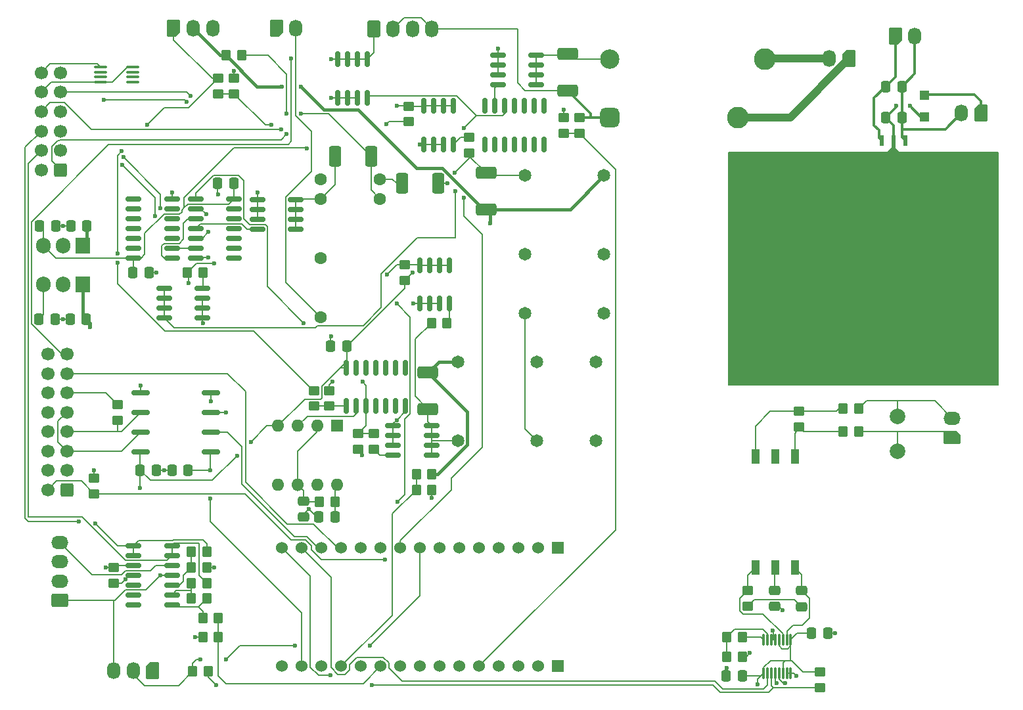
<source format=gbr>
%TF.GenerationSoftware,KiCad,Pcbnew,8.0.3*%
%TF.CreationDate,2025-04-13T18:48:38-07:00*%
%TF.ProjectId,Accumulator_Board,41636375-6d75-46c6-9174-6f725f426f61,4.2*%
%TF.SameCoordinates,Original*%
%TF.FileFunction,Copper,L1,Top*%
%TF.FilePolarity,Positive*%
%FSLAX46Y46*%
G04 Gerber Fmt 4.6, Leading zero omitted, Abs format (unit mm)*
G04 Created by KiCad (PCBNEW 8.0.3) date 2025-04-13 18:48:38*
%MOMM*%
%LPD*%
G01*
G04 APERTURE LIST*
G04 Aperture macros list*
%AMRoundRect*
0 Rectangle with rounded corners*
0 $1 Rounding radius*
0 $2 $3 $4 $5 $6 $7 $8 $9 X,Y pos of 4 corners*
0 Add a 4 corners polygon primitive as box body*
4,1,4,$2,$3,$4,$5,$6,$7,$8,$9,$2,$3,0*
0 Add four circle primitives for the rounded corners*
1,1,$1+$1,$2,$3*
1,1,$1+$1,$4,$5*
1,1,$1+$1,$6,$7*
1,1,$1+$1,$8,$9*
0 Add four rect primitives between the rounded corners*
20,1,$1+$1,$2,$3,$4,$5,0*
20,1,$1+$1,$4,$5,$6,$7,0*
20,1,$1+$1,$6,$7,$8,$9,0*
20,1,$1+$1,$8,$9,$2,$3,0*%
%AMFreePoly0*
4,1,22,0.945671,0.830970,1.026777,0.776777,1.080970,0.695671,1.100000,0.600000,1.100000,-0.600000,1.080970,-0.695671,1.026777,-0.776777,0.945671,-0.830970,0.850000,-0.850000,-0.450000,-0.850000,-0.545671,-0.830970,-0.626777,-0.776777,-1.026777,-0.376777,-1.080970,-0.295671,-1.100000,-0.200000,-1.100000,0.600000,-1.080970,0.695671,-1.026777,0.776777,-0.945671,0.830970,-0.850000,0.850000,
0.850000,0.850000,0.945671,0.830970,0.945671,0.830970,$1*%
G04 Aperture macros list end*
%TA.AperFunction,Conductor*%
%ADD10C,0.200000*%
%TD*%
%TA.AperFunction,EtchedComponent*%
%ADD11C,0.000000*%
%TD*%
%TA.AperFunction,SMDPad,CuDef*%
%ADD12RoundRect,0.250000X0.350000X0.450000X-0.350000X0.450000X-0.350000X-0.450000X0.350000X-0.450000X0*%
%TD*%
%TA.AperFunction,ComponentPad*%
%ADD13FreePoly0,270.000000*%
%TD*%
%TA.AperFunction,ComponentPad*%
%ADD14O,1.700000X2.200000*%
%TD*%
%TA.AperFunction,SMDPad,CuDef*%
%ADD15RoundRect,0.250000X0.450000X-0.350000X0.450000X0.350000X-0.450000X0.350000X-0.450000X-0.350000X0*%
%TD*%
%TA.AperFunction,SMDPad,CuDef*%
%ADD16RoundRect,0.250000X-0.350000X-0.450000X0.350000X-0.450000X0.350000X0.450000X-0.350000X0.450000X0*%
%TD*%
%TA.AperFunction,ComponentPad*%
%ADD17FreePoly0,90.000000*%
%TD*%
%TA.AperFunction,SMDPad,CuDef*%
%ADD18RoundRect,0.250000X-0.337500X-0.475000X0.337500X-0.475000X0.337500X0.475000X-0.337500X0.475000X0*%
%TD*%
%TA.AperFunction,SMDPad,CuDef*%
%ADD19RoundRect,0.150000X0.150000X-0.825000X0.150000X0.825000X-0.150000X0.825000X-0.150000X-0.825000X0*%
%TD*%
%TA.AperFunction,ComponentPad*%
%ADD20R,1.600000X1.600000*%
%TD*%
%TA.AperFunction,ComponentPad*%
%ADD21O,1.600000X1.600000*%
%TD*%
%TA.AperFunction,ComponentPad*%
%ADD22C,1.608074*%
%TD*%
%TA.AperFunction,SMDPad,CuDef*%
%ADD23RoundRect,0.249999X1.075001X-0.512501X1.075001X0.512501X-1.075001X0.512501X-1.075001X-0.512501X0*%
%TD*%
%TA.AperFunction,ComponentPad*%
%ADD24R,1.905000X2.000000*%
%TD*%
%TA.AperFunction,ComponentPad*%
%ADD25O,1.905000X2.000000*%
%TD*%
%TA.AperFunction,ComponentPad*%
%ADD26FreePoly0,180.000000*%
%TD*%
%TA.AperFunction,ComponentPad*%
%ADD27O,2.200000X1.700000*%
%TD*%
%TA.AperFunction,SMDPad,CuDef*%
%ADD28RoundRect,0.162500X1.012500X0.162500X-1.012500X0.162500X-1.012500X-0.162500X1.012500X-0.162500X0*%
%TD*%
%TA.AperFunction,ComponentPad*%
%ADD29RoundRect,0.625000X-0.625000X-0.625000X0.625000X-0.625000X0.625000X0.625000X-0.625000X0.625000X0*%
%TD*%
%TA.AperFunction,ComponentPad*%
%ADD30C,2.800000*%
%TD*%
%TA.AperFunction,ComponentPad*%
%ADD31C,2.500000*%
%TD*%
%TA.AperFunction,SMDPad,CuDef*%
%ADD32RoundRect,0.250000X-0.475000X0.337500X-0.475000X-0.337500X0.475000X-0.337500X0.475000X0.337500X0*%
%TD*%
%TA.AperFunction,SMDPad,CuDef*%
%ADD33RoundRect,0.150000X0.825000X0.150000X-0.825000X0.150000X-0.825000X-0.150000X0.825000X-0.150000X0*%
%TD*%
%TA.AperFunction,SMDPad,CuDef*%
%ADD34RoundRect,0.100000X-0.712500X-0.100000X0.712500X-0.100000X0.712500X0.100000X-0.712500X0.100000X0*%
%TD*%
%TA.AperFunction,ComponentPad*%
%ADD35RoundRect,0.250000X0.600000X0.600000X-0.600000X0.600000X-0.600000X-0.600000X0.600000X-0.600000X0*%
%TD*%
%TA.AperFunction,ComponentPad*%
%ADD36C,1.700000*%
%TD*%
%TA.AperFunction,ComponentPad*%
%ADD37RoundRect,0.250000X0.600000X-0.850000X0.600000X0.850000X-0.600000X0.850000X-0.600000X-0.850000X0*%
%TD*%
%TA.AperFunction,SMDPad,CuDef*%
%ADD38RoundRect,0.150000X-0.825000X-0.150000X0.825000X-0.150000X0.825000X0.150000X-0.825000X0.150000X0*%
%TD*%
%TA.AperFunction,SMDPad,CuDef*%
%ADD39RoundRect,0.250000X-0.450000X0.350000X-0.450000X-0.350000X0.450000X-0.350000X0.450000X0.350000X0*%
%TD*%
%TA.AperFunction,SMDPad,CuDef*%
%ADD40RoundRect,0.249999X-1.075001X0.512501X-1.075001X-0.512501X1.075001X-0.512501X1.075001X0.512501X0*%
%TD*%
%TA.AperFunction,ComponentPad*%
%ADD41C,2.000000*%
%TD*%
%TA.AperFunction,SMDPad,CuDef*%
%ADD42RoundRect,0.249999X0.512501X1.075001X-0.512501X1.075001X-0.512501X-1.075001X0.512501X-1.075001X0*%
%TD*%
%TA.AperFunction,SMDPad,CuDef*%
%ADD43RoundRect,0.075000X0.075000X-0.650000X0.075000X0.650000X-0.075000X0.650000X-0.075000X-0.650000X0*%
%TD*%
%TA.AperFunction,SMDPad,CuDef*%
%ADD44R,0.533400X1.397000*%
%TD*%
%TA.AperFunction,SMDPad,CuDef*%
%ADD45RoundRect,0.250000X0.337500X0.475000X-0.337500X0.475000X-0.337500X-0.475000X0.337500X-0.475000X0*%
%TD*%
%TA.AperFunction,ComponentPad*%
%ADD46C,1.651000*%
%TD*%
%TA.AperFunction,SMDPad,CuDef*%
%ADD47RoundRect,0.249999X-0.512501X-1.075001X0.512501X-1.075001X0.512501X1.075001X-0.512501X1.075001X0*%
%TD*%
%TA.AperFunction,ComponentPad*%
%ADD48RoundRect,0.250000X0.850000X0.600000X-0.850000X0.600000X-0.850000X-0.600000X0.850000X-0.600000X0*%
%TD*%
%TA.AperFunction,SMDPad,CuDef*%
%ADD49R,1.020000X1.890000*%
%TD*%
%TA.AperFunction,SMDPad,CuDef*%
%ADD50RoundRect,0.150000X-0.150000X0.825000X-0.150000X-0.825000X0.150000X-0.825000X0.150000X0.825000X0*%
%TD*%
%TA.AperFunction,SMDPad,CuDef*%
%ADD51R,1.200000X1.200000*%
%TD*%
%TA.AperFunction,ComponentPad*%
%ADD52R,1.530000X1.530000*%
%TD*%
%TA.AperFunction,ComponentPad*%
%ADD53C,1.530000*%
%TD*%
%TA.AperFunction,ViaPad*%
%ADD54C,0.600000*%
%TD*%
%TA.AperFunction,Conductor*%
%ADD55C,0.300000*%
%TD*%
%TA.AperFunction,Conductor*%
%ADD56C,0.400000*%
%TD*%
%TA.AperFunction,Conductor*%
%ADD57C,1.000000*%
%TD*%
G04 APERTURE END LIST*
%TO.N,Net-(D8-A)*%
D10*
X111250000Y-39500000D02*
X146000000Y-39500000D01*
X146000000Y-69500000D01*
X111250000Y-69500000D01*
X111250000Y-39500000D01*
%TA.AperFunction,Conductor*%
G36*
X111250000Y-39500000D02*
G01*
X146000000Y-39500000D01*
X146000000Y-69500000D01*
X111250000Y-69500000D01*
X111250000Y-39500000D01*
G37*
%TD.AperFunction*%
D11*
%TA.AperFunction,EtchedComponent*%
%TD*%
%TO.C,U15*%
G36*
X132766700Y-38927100D02*
G01*
X133300100Y-39435100D01*
X133300100Y-42102100D01*
X132912750Y-42102100D01*
X132087250Y-42102100D01*
X131699900Y-42102100D01*
X131699900Y-39435100D01*
X132233300Y-38927100D01*
X132233300Y-38406400D01*
X132766700Y-38406400D01*
X132766700Y-38927100D01*
G37*
%TD.AperFunction*%
D12*
%TO.P,R24,1*%
%TO.N,+3.3V*%
X44180000Y-106426000D03*
%TO.P,R24,2*%
%TO.N,/ACC_Temp_Sense*%
X42180000Y-106426000D03*
%TD*%
D13*
%TO.P,J3,1,Pin_1*%
%TO.N,GND*%
X37044000Y-106332000D03*
D14*
%TO.P,J3,2,Pin_2*%
%TO.N,/ACC_Temp_Sense*%
X34544000Y-106332000D03*
%TO.P,J3,3,Pin_3*%
%TO.N,+5V*%
X32044000Y-106332000D03*
%TD*%
D15*
%TO.P,R10,1*%
%TO.N,/MISO*%
X123000000Y-108500000D03*
%TO.P,R10,2*%
%TO.N,+3.3V*%
X123000000Y-106500000D03*
%TD*%
D13*
%TO.P,J8,1,1*%
%TO.N,Net-(J8-Pad1)*%
X126750000Y-27430000D03*
D14*
%TO.P,J8,2,2*%
%TO.N,Net-(J8-Pad2)*%
X124250000Y-27430000D03*
%TD*%
D16*
%TO.P,R36,1*%
%TO.N,/GLV Voltage*%
X71000000Y-81000000D03*
%TO.P,R36,2*%
%TO.N,+12V*%
X73000000Y-81000000D03*
%TD*%
D12*
%TO.P,R6,1*%
%TO.N,GND*%
X44000000Y-93000000D03*
%TO.P,R6,2*%
%TO.N,Net-(U5A-+)*%
X42000000Y-93000000D03*
%TD*%
D17*
%TO.P,J1,1,1*%
%TO.N,/IMD_FAULT_12V*%
X39750000Y-23500000D03*
D14*
%TO.P,J1,2,2*%
%TO.N,+12V*%
X42250000Y-23500000D03*
%TO.P,J1,3,3*%
%TO.N,GND*%
X44750000Y-23500000D03*
%TD*%
D18*
%TO.P,C23,1*%
%TO.N,Net-(D8-A)*%
X131500000Y-35000000D03*
%TO.P,C23,2*%
%TO.N,/TS-*%
X133575000Y-35000000D03*
%TD*%
D15*
%TO.P,R29,1*%
%TO.N,+5V*%
X70000000Y-35557500D03*
%TO.P,R29,2*%
%TO.N,/BMS_LED_Control*%
X70000000Y-33557500D03*
%TD*%
D19*
%TO.P,Q1,1,S*%
%TO.N,GND*%
X60845000Y-32450000D03*
%TO.P,Q1,2,S*%
X62115000Y-32450000D03*
%TO.P,Q1,3,S*%
X63385000Y-32450000D03*
%TO.P,Q1,4,G*%
%TO.N,/Precharge_Control*%
X64655000Y-32450000D03*
%TO.P,Q1,5,D*%
%TO.N,/IR+_GND*%
X64655000Y-27500000D03*
%TO.P,Q1,6,D*%
X63385000Y-27500000D03*
%TO.P,Q1,7,D*%
X62115000Y-27500000D03*
%TO.P,Q1,8,D*%
X60845000Y-27500000D03*
%TD*%
D20*
%TO.P,U12,1,GND*%
%TO.N,GND*%
X60810000Y-74730000D03*
D21*
%TO.P,U12,2,TR*%
%TO.N,Net-(U12-THR)*%
X58270000Y-74730000D03*
%TO.P,U12,3,Q*%
%TO.N,Net-(U12-Q)*%
X55730000Y-74730000D03*
%TO.P,U12,4,R*%
%TO.N,+5V*%
X53190000Y-74730000D03*
%TO.P,U12,5,CV*%
%TO.N,unconnected-(U12-CV-Pad5)*%
X53190000Y-82350000D03*
%TO.P,U12,6,THR*%
%TO.N,Net-(U12-THR)*%
X55730000Y-82350000D03*
%TO.P,U12,7,DIS*%
%TO.N,unconnected-(U12-DIS-Pad7)*%
X58270000Y-82350000D03*
%TO.P,U12,8,VCC*%
%TO.N,+5V*%
X60810000Y-82350000D03*
%TD*%
D22*
%TO.P,K4,1*%
%TO.N,GND*%
X58690000Y-42944001D03*
%TO.P,K4,2*%
%TO.N,/LATCH_RL*%
X58690000Y-45484001D03*
%TO.P,K4,3*%
%TO.N,/Shutdown_ACC_Out*%
X58690000Y-53104001D03*
%TO.P,K4,4*%
%TO.N,/Shutdown_ACC_IL_TP*%
X58690000Y-60724001D03*
%TO.P,K4,5*%
%TO.N,Net-(D5-K)*%
X66310000Y-45484001D03*
%TO.P,K4,6*%
%TO.N,/SH_RESET*%
X66310000Y-42944001D03*
%TD*%
D23*
%TO.P,D2,1,K*%
%TO.N,+12V*%
X80000000Y-46837500D03*
%TO.P,D2,2,A*%
%TO.N,/BMS_RL*%
X80000000Y-42162500D03*
%TD*%
D24*
%TO.P,U9,1,IN*%
%TO.N,+12V*%
X28000000Y-51500000D03*
D25*
%TO.P,U9,2,GND*%
%TO.N,GND*%
X25460000Y-51500000D03*
%TO.P,U9,3,OUT*%
%TO.N,+5V*%
X22920000Y-51500000D03*
%TD*%
D26*
%TO.P,J5,1,1*%
%TO.N,/Iso SPI/extIsoSPI_N*%
X140070000Y-76250000D03*
D27*
%TO.P,J5,2,2*%
%TO.N,/Iso SPI/extIsoSPI_P*%
X140070000Y-73750000D03*
%TD*%
D28*
%TO.P,U1,1,VCC1*%
%TO.N,+3.3V*%
X44525000Y-78120000D03*
%TO.P,U1,2,RXD*%
%TO.N,/CAN1_RD*%
X44525000Y-75580000D03*
%TO.P,U1,3,TXD*%
%TO.N,/CAN1_TD*%
X44525000Y-73040000D03*
%TO.P,U1,4,GND1*%
%TO.N,GND*%
X44525000Y-70500000D03*
%TO.P,U1,5,GND2*%
X35475000Y-70500000D03*
%TO.P,U1,6,CANL*%
%TO.N,/CAN_L1*%
X35475000Y-73040000D03*
%TO.P,U1,7,CANH*%
%TO.N,/CAN_H1*%
X35475000Y-75580000D03*
%TO.P,U1,8,VCC2*%
%TO.N,+5V*%
X35475000Y-78120000D03*
%TD*%
D29*
%TO.P,K2,1*%
%TO.N,/IR+_12V*%
X95940000Y-35000000D03*
D30*
%TO.P,K2,2*%
%TO.N,Net-(J8-Pad1)*%
X112440000Y-35000000D03*
%TO.P,K2,3*%
%TO.N,Net-(J8-Pad2)*%
X115940000Y-27500000D03*
D31*
%TO.P,K2,4*%
%TO.N,Net-(D7-A)*%
X95940000Y-27500000D03*
%TD*%
D32*
%TO.P,C7,1*%
%TO.N,/Iso SPI/isoSPI_-*%
X120675000Y-96000000D03*
%TO.P,C7,2*%
%TO.N,Net-(C7-Pad2)*%
X120675000Y-98075000D03*
%TD*%
D33*
%TO.P,CR3,1,S*%
%TO.N,GND*%
X43475000Y-60810000D03*
%TO.P,CR3,2,S*%
X43475000Y-59540000D03*
%TO.P,CR3,3,S*%
X43475000Y-58270000D03*
%TO.P,CR3,4,G*%
%TO.N,Net-(CR3-G)*%
X43475000Y-57000000D03*
%TO.P,CR3,5,D*%
%TO.N,/BMS_RL*%
X38525000Y-57000000D03*
%TO.P,CR3,6,D*%
X38525000Y-58270000D03*
%TO.P,CR3,7,D*%
X38525000Y-59540000D03*
%TO.P,CR3,8,D*%
X38525000Y-60810000D03*
%TD*%
D34*
%TO.P,U6,1,DQ*%
%TO.N,/Temp_Sense_One_Wire*%
X30275000Y-28500000D03*
%TO.P,U6,2,NC*%
%TO.N,unconnected-(U6-NC-Pad2)*%
X30275000Y-29150000D03*
%TO.P,U6,3,NC*%
%TO.N,unconnected-(U6-NC-Pad3)*%
X30275000Y-29800000D03*
%TO.P,U6,4,GND*%
%TO.N,/Temp_Sense_GND*%
X30275000Y-30450000D03*
%TO.P,U6,5,NC*%
%TO.N,unconnected-(U6-NC-Pad5)*%
X34500000Y-30450000D03*
%TO.P,U6,6,NC*%
%TO.N,unconnected-(U6-NC-Pad6)*%
X34500000Y-29800000D03*
%TO.P,U6,7,NC*%
%TO.N,unconnected-(U6-NC-Pad7)*%
X34500000Y-29150000D03*
%TO.P,U6,8,V_{DD}*%
%TO.N,/Temp_Sense_GND*%
X34500000Y-28500000D03*
%TD*%
D12*
%TO.P,R30,1*%
%TO.N,Net-(CR3-G)*%
X43500000Y-55000000D03*
%TO.P,R30,2*%
%TO.N,/BMS_FAULT_3.3V*%
X41500000Y-55000000D03*
%TD*%
D35*
%TO.P,J2,1,Pin_1*%
%TO.N,/BMS_LED_Control*%
X25160000Y-41750000D03*
D36*
%TO.P,J2,2,Pin_2*%
%TO.N,GND*%
X25160000Y-39250000D03*
%TO.P,J2,3,Pin_3*%
%TO.N,/IMD_LED_Control*%
X25160000Y-36750000D03*
%TO.P,J2,4,Pin_4*%
%TO.N,/BSPD_FAULT_5V*%
X25160000Y-34250000D03*
%TO.P,J2,5,Pin_5*%
%TO.N,/Shutdown_ACC_In*%
X25160000Y-31750000D03*
%TO.P,J2,6,Pin_6*%
%TO.N,/Shutdown_ACC_Out*%
X25160000Y-29250000D03*
%TO.P,J2,7,Pin_7*%
%TO.N,/IR+_12V*%
X22660000Y-41750000D03*
%TO.P,J2,8,Pin_8*%
%TO.N,/Current_Vref*%
X22660000Y-39250000D03*
%TO.P,J2,9,Pin_9*%
%TO.N,/Current_Vout*%
X22660000Y-36750000D03*
%TO.P,J2,10,Pin_10*%
%TO.N,/SH_RESET*%
X22660000Y-34250000D03*
%TO.P,J2,11,Pin_11*%
%TO.N,/Temp_Sense_GND*%
X22660000Y-31750000D03*
%TO.P,J2,12,Pin_12*%
%TO.N,/Temp_Sense_One_Wire*%
X22660000Y-29250000D03*
%TD*%
D12*
%TO.P,R32,1*%
%TO.N,Net-(CR5-G)*%
X74960000Y-61500000D03*
%TO.P,R32,2*%
%TO.N,/IMD_RL*%
X72960000Y-61500000D03*
%TD*%
D18*
%TO.P,C22,1*%
%TO.N,GND*%
X59962500Y-64500000D03*
%TO.P,C22,2*%
%TO.N,+5V*%
X62037500Y-64500000D03*
%TD*%
D12*
%TO.P,R12,1*%
%TO.N,GND*%
X113000000Y-104500000D03*
%TO.P,R12,2*%
%TO.N,/Iso SPI/ICMP*%
X111000000Y-104500000D03*
%TD*%
D16*
%TO.P,R11,1*%
%TO.N,/Iso SPI/ICMP*%
X111000000Y-102000000D03*
%TO.P,R11,2*%
%TO.N,/Iso SPI/IBIAS*%
X113000000Y-102000000D03*
%TD*%
D37*
%TO.P,J7,1,1*%
%TO.N,/IR+_GND*%
X65500000Y-23545000D03*
D14*
%TO.P,J7,2,2*%
%TO.N,/IR+_12V*%
X68000000Y-23545000D03*
%TO.P,J7,3,3*%
%TO.N,GND*%
X70500000Y-23545000D03*
%TO.P,J7,4,4*%
%TO.N,/IR+_12V*%
X73000000Y-23545000D03*
%TD*%
D38*
%TO.P,U7,1*%
%TO.N,/IMD_DELAY*%
X42550000Y-45500000D03*
%TO.P,U7,2*%
%TO.N,/BMS_FAULT_3.3V*%
X42550000Y-46770000D03*
%TO.P,U7,3*%
%TO.N,Net-(U16-Pad1)*%
X42550000Y-48040000D03*
%TO.P,U7,4*%
%TO.N,Net-(CR2-G)*%
X42550000Y-49310000D03*
%TO.P,U7,5*%
%TO.N,/BSPD_FAULT_5V*%
X42550000Y-50580000D03*
%TO.P,U7,6*%
%TO.N,/TSSI_TP*%
X42550000Y-51850000D03*
%TO.P,U7,7,GND*%
%TO.N,GND*%
X42550000Y-53120000D03*
%TO.P,U7,8*%
%TO.N,N/C*%
X47500000Y-53120000D03*
%TO.P,U7,9*%
X47500000Y-51850000D03*
%TO.P,U7,10*%
X47500000Y-50580000D03*
%TO.P,U7,11*%
X47500000Y-49310000D03*
%TO.P,U7,12*%
X47500000Y-48040000D03*
%TO.P,U7,13*%
X47500000Y-46770000D03*
%TO.P,U7,14,VCC*%
%TO.N,+5V*%
X47500000Y-45500000D03*
%TD*%
%TO.P,CR2,1,S*%
%TO.N,GND*%
X50525000Y-45595000D03*
%TO.P,CR2,2,S*%
X50525000Y-46865000D03*
%TO.P,CR2,3,S*%
X50525000Y-48135000D03*
%TO.P,CR2,4,G*%
%TO.N,Net-(CR2-G)*%
X50525000Y-49405000D03*
%TO.P,CR2,5,D*%
%TO.N,/LATCH_RL*%
X55475000Y-49405000D03*
%TO.P,CR2,6,D*%
X55475000Y-48135000D03*
%TO.P,CR2,7,D*%
X55475000Y-46865000D03*
%TO.P,CR2,8,D*%
X55475000Y-45595000D03*
%TD*%
D39*
%TO.P,R17,1*%
%TO.N,/IR+_12V*%
X92000000Y-35000000D03*
%TO.P,R17,2*%
%TO.N,/Shutdown_Measure*%
X92000000Y-37000000D03*
%TD*%
D18*
%TO.P,C24,1*%
%TO.N,/HVIL*%
X131500000Y-31000000D03*
%TO.P,C24,2*%
%TO.N,/TS-*%
X133575000Y-31000000D03*
%TD*%
D40*
%TO.P,D4,1,K*%
%TO.N,+12V*%
X72500000Y-67892500D03*
%TO.P,D4,2,A*%
%TO.N,/IMD_RL*%
X72500000Y-72567500D03*
%TD*%
D41*
%TO.P,TP1,1,1*%
%TO.N,/Iso SPI/extIsoSPI_P*%
X133000000Y-73500000D03*
%TD*%
D24*
%TO.P,U10,1,VI*%
%TO.N,+12V*%
X28040000Y-56500000D03*
D25*
%TO.P,U10,2,GND*%
%TO.N,GND*%
X25500000Y-56500000D03*
%TO.P,U10,3,VO*%
%TO.N,+9V*%
X22960000Y-56500000D03*
%TD*%
D39*
%TO.P,R13,1*%
%TO.N,/Iso SPI/isoSPI_+*%
X113675000Y-96000000D03*
%TO.P,R13,2*%
%TO.N,Net-(C7-Pad2)*%
X113675000Y-98000000D03*
%TD*%
D12*
%TO.P,R15,1*%
%TO.N,/Iso SPI/extIsoSPI_P*%
X128000000Y-72500000D03*
%TO.P,R15,2*%
%TO.N,Net-(L1-Pad3)*%
X126000000Y-72500000D03*
%TD*%
D32*
%TO.P,C17,1*%
%TO.N,Net-(U12-THR)*%
X56500000Y-84425000D03*
%TO.P,C17,2*%
%TO.N,GND*%
X56500000Y-86500000D03*
%TD*%
D39*
%TO.P,R21,1*%
%TO.N,GND*%
X47500000Y-29930000D03*
%TO.P,R21,2*%
%TO.N,/IMD_Status*%
X47500000Y-31930000D03*
%TD*%
D35*
%TO.P,J11,1,Pin_1*%
%TO.N,+12V*%
X26000000Y-83000000D03*
D36*
%TO.P,J11,2,Pin_2*%
%TO.N,GND*%
X26000000Y-80500000D03*
%TO.P,J11,3,Pin_3*%
%TO.N,/CAN_H1*%
X26000000Y-78000000D03*
%TO.P,J11,4,Pin_4*%
%TO.N,/CAN_L1*%
X26000000Y-75500000D03*
%TO.P,J11,5,Pin_5*%
%TO.N,/CAN_H1*%
X26000000Y-73000000D03*
%TO.P,J11,6,Pin_6*%
%TO.N,/CAN_L_RES1*%
X26000000Y-70500000D03*
%TO.P,J11,7,Pin_7*%
%TO.N,/Fan_PWM*%
X26000000Y-68000000D03*
%TO.P,J11,8,Pin_8*%
%TO.N,/IR+_GND*%
X26000000Y-65500000D03*
%TO.P,J11,9,Pin_9*%
%TO.N,/Charge_State*%
X23500000Y-83000000D03*
%TO.P,J11,10,Pin_10*%
%TO.N,unconnected-(J11-Pin_10-Pad10)*%
X23500000Y-80500000D03*
%TO.P,J11,11,Pin_11*%
%TO.N,unconnected-(J11-Pin_11-Pad11)*%
X23500000Y-78000000D03*
%TO.P,J11,12,Pin_12*%
%TO.N,unconnected-(J11-Pin_12-Pad12)*%
X23500000Y-75500000D03*
%TO.P,J11,13,Pin_13*%
%TO.N,unconnected-(J11-Pin_13-Pad13)*%
X23500000Y-73000000D03*
%TO.P,J11,14,Pin_14*%
%TO.N,unconnected-(J11-Pin_14-Pad14)*%
X23500000Y-70500000D03*
%TO.P,J11,15,Pin_15*%
%TO.N,unconnected-(J11-Pin_15-Pad15)*%
X23500000Y-68000000D03*
%TO.P,J11,16,Pin_16*%
%TO.N,unconnected-(J11-Pin_16-Pad16)*%
X23500000Y-65500000D03*
%TD*%
D42*
%TO.P,D5,1,K*%
%TO.N,Net-(D5-K)*%
X65175000Y-40000000D03*
%TO.P,D5,2,A*%
%TO.N,/LATCH_RL*%
X60500000Y-40000000D03*
%TD*%
D43*
%TO.P,U8,1,EN*%
%TO.N,+3.3V*%
X115750000Y-106650000D03*
%TO.P,U8,2,MOSI*%
%TO.N,/MOSI*%
X116250000Y-106650000D03*
%TO.P,U8,3,MISO*%
%TO.N,/MISO*%
X116750000Y-106650000D03*
%TO.P,U8,4,SCK*%
%TO.N,/CLK*%
X117250000Y-106650000D03*
%TO.P,U8,5,CS*%
%TO.N,/BMS_CS*%
X117750000Y-106650000D03*
%TO.P,U8,6,V_DDS*%
%TO.N,+3.3V*%
X118250000Y-106650000D03*
%TO.P,U8,7,POL*%
%TO.N,GND*%
X118750000Y-106650000D03*
%TO.P,U8,8,PHA*%
X119250000Y-106650000D03*
%TO.P,U8,9,V_DD*%
%TO.N,+3.3V*%
X119250000Y-102350000D03*
%TO.P,U8,10,IM*%
%TO.N,/Iso SPI/isoSPI_-*%
X118750000Y-102350000D03*
%TO.P,U8,11,IP*%
%TO.N,/Iso SPI/isoSPI_+*%
X118250000Y-102350000D03*
%TO.P,U8,12,MSTR*%
%TO.N,+3.3V*%
X117750000Y-102350000D03*
%TO.P,U8,13,SLOW*%
%TO.N,GND*%
X117250000Y-102350000D03*
%TO.P,U8,14,GND*%
X116750000Y-102350000D03*
%TO.P,U8,15,ICMP*%
%TO.N,/Iso SPI/ICMP*%
X116250000Y-102350000D03*
%TO.P,U8,16,IBIAS*%
%TO.N,/Iso SPI/IBIAS*%
X115750000Y-102350000D03*
%TD*%
D33*
%TO.P,U5,1*%
%TO.N,Net-(R4-Pad2)*%
X39500000Y-97810000D03*
%TO.P,U5,2,-*%
%TO.N,Net-(U5A--)*%
X39500000Y-96540000D03*
%TO.P,U5,3,+*%
%TO.N,Net-(U5A-+)*%
X39500000Y-95270000D03*
%TO.P,U5,4,V+*%
%TO.N,+5V*%
X39500000Y-94000000D03*
%TO.P,U5,5,+*%
%TO.N,/Raw_Curr_VRef*%
X39500000Y-92730000D03*
%TO.P,U5,6,-*%
%TO.N,/Current_Vref*%
X39500000Y-91460000D03*
%TO.P,U5,7*%
X39500000Y-90190000D03*
%TO.P,U5,8*%
%TO.N,/Current_Vout*%
X34550000Y-90190000D03*
%TO.P,U5,9,-*%
X34550000Y-91460000D03*
%TO.P,U5,10,+*%
%TO.N,/Raw_Curr_Out*%
X34550000Y-92730000D03*
%TO.P,U5,11,V-*%
%TO.N,GND*%
X34550000Y-94000000D03*
%TO.P,U5,12*%
%TO.N,N/C*%
X34550000Y-95270000D03*
%TO.P,U5,13*%
X34550000Y-96540000D03*
%TO.P,U5,14*%
X34550000Y-97810000D03*
%TD*%
D39*
%TO.P,R14,1*%
%TO.N,Net-(L1-Pad3)*%
X120305000Y-72875000D03*
%TO.P,R14,2*%
%TO.N,Net-(L1-Pad1)*%
X120305000Y-74875000D03*
%TD*%
D12*
%TO.P,R5,1*%
%TO.N,Net-(R4-Pad2)*%
X44000000Y-97000000D03*
%TO.P,R5,2*%
%TO.N,Net-(U5A--)*%
X42000000Y-97000000D03*
%TD*%
D44*
%TO.P,U15,1,GND*%
%TO.N,/TS-*%
X134000000Y-38000000D03*
%TO.P,U15,2,Vin*%
%TO.N,Net-(D8-A)*%
X132500000Y-38000000D03*
%TO.P,U15,3,Vout*%
%TO.N,/HVIL*%
X131000000Y-38000000D03*
%TD*%
D39*
%TO.P,R19,1*%
%TO.N,/IMD_DELAY*%
X63500000Y-75730000D03*
%TO.P,R19,2*%
%TO.N,GND*%
X63500000Y-77730000D03*
%TD*%
D18*
%TO.P,C14,1*%
%TO.N,+5V*%
X22462500Y-49000000D03*
%TO.P,C14,2*%
%TO.N,GND*%
X24537500Y-49000000D03*
%TD*%
D32*
%TO.P,C8,1*%
%TO.N,Net-(C8-Pad1)*%
X117175000Y-95962500D03*
%TO.P,C8,2*%
%TO.N,GND*%
X117175000Y-98037500D03*
%TD*%
D45*
%TO.P,C20,1*%
%TO.N,+5V*%
X60537500Y-86500000D03*
%TO.P,C20,2*%
%TO.N,GND*%
X58462500Y-86500000D03*
%TD*%
%TO.P,C1,1*%
%TO.N,GND*%
X37500000Y-80500000D03*
%TO.P,C1,2*%
%TO.N,+5V*%
X35425000Y-80500000D03*
%TD*%
D38*
%TO.P,Q2,1,S*%
%TO.N,GND*%
X81500000Y-27000000D03*
%TO.P,Q2,2,S*%
X81500000Y-28270000D03*
%TO.P,Q2,3,S*%
X81500000Y-29540000D03*
%TO.P,Q2,4,G*%
%TO.N,Net-(Q2-G)*%
X81500000Y-30810000D03*
%TO.P,Q2,5,D*%
%TO.N,Net-(D7-A)*%
X86450000Y-30810000D03*
%TO.P,Q2,6,D*%
X86450000Y-29540000D03*
%TO.P,Q2,7,D*%
X86450000Y-28270000D03*
%TO.P,Q2,8,D*%
X86450000Y-27000000D03*
%TD*%
D23*
%TO.P,D7,1,K*%
%TO.N,/IR+_12V*%
X90500000Y-31500000D03*
%TO.P,D7,2,A*%
%TO.N,Net-(D7-A)*%
X90500000Y-26825000D03*
%TD*%
D18*
%TO.P,C13,1*%
%TO.N,+9V*%
X22385000Y-61000000D03*
%TO.P,C13,2*%
%TO.N,GND*%
X24460000Y-61000000D03*
%TD*%
D15*
%TO.P,R27,1*%
%TO.N,Net-(R26-Pad2)*%
X59810000Y-72205000D03*
%TO.P,R27,2*%
%TO.N,GND*%
X59810000Y-70205000D03*
%TD*%
D19*
%TO.P,CR5,1,S*%
%TO.N,GND*%
X71460000Y-59000000D03*
%TO.P,CR5,2,S*%
X72730000Y-59000000D03*
%TO.P,CR5,3,S*%
X74000000Y-59000000D03*
%TO.P,CR5,4,G*%
%TO.N,Net-(CR5-G)*%
X75270000Y-59000000D03*
%TO.P,CR5,5,D*%
%TO.N,/IMD_LED_Control*%
X75270000Y-54050000D03*
%TO.P,CR5,6,D*%
X74000000Y-54050000D03*
%TO.P,CR5,7,D*%
X72730000Y-54050000D03*
%TO.P,CR5,8,D*%
X71460000Y-54050000D03*
%TD*%
D15*
%TO.P,R18,1*%
%TO.N,/Shutdown_Measure*%
X90000000Y-37000000D03*
%TO.P,R18,2*%
%TO.N,GND*%
X90000000Y-35000000D03*
%TD*%
D46*
%TO.P,K1,1,-*%
%TO.N,/BMS_RL*%
X85000000Y-42500000D03*
%TO.P,K1,3*%
%TO.N,/Shutdown_ACC_In*%
X85000000Y-52660000D03*
%TO.P,K1,4*%
%TO.N,/Shutdown_ACC_BMS_TP*%
X85000000Y-60280000D03*
%TO.P,K1,5*%
%TO.N,unconnected-(K1-Pad5)*%
X95160000Y-60280000D03*
%TO.P,K1,6*%
%TO.N,unconnected-(K1-Pad6)*%
X95160000Y-52660000D03*
%TO.P,K1,8,+*%
%TO.N,+12V*%
X95160000Y-42500000D03*
%TD*%
D16*
%TO.P,R23,1*%
%TO.N,Net-(U12-THR)*%
X58500000Y-84500000D03*
%TO.P,R23,2*%
%TO.N,+5V*%
X60500000Y-84500000D03*
%TD*%
D15*
%TO.P,R20,1*%
%TO.N,/IMD_Status*%
X45500000Y-31930000D03*
%TO.P,R20,2*%
%TO.N,/IMD_FAULT_12V*%
X45500000Y-29930000D03*
%TD*%
D46*
%TO.P,K3,1,-*%
%TO.N,/IMD_RL*%
X76340000Y-76660000D03*
%TO.P,K3,3*%
%TO.N,/Shutdown_ACC_BMS_TP*%
X86500000Y-76660000D03*
%TO.P,K3,4*%
%TO.N,/Shutdown_ACC_IMD_TP*%
X94120000Y-76660000D03*
%TO.P,K3,5*%
%TO.N,unconnected-(K3-Pad5)*%
X94120000Y-66500000D03*
%TO.P,K3,6*%
%TO.N,unconnected-(K3-Pad6)*%
X86500000Y-66500000D03*
%TO.P,K3,8,+*%
%TO.N,+12V*%
X76340000Y-66500000D03*
%TD*%
D38*
%TO.P,CR1,1,S*%
%TO.N,GND*%
X68000000Y-74690000D03*
%TO.P,CR1,2,S*%
X68000000Y-75960000D03*
%TO.P,CR1,3,S*%
X68000000Y-77230000D03*
%TO.P,CR1,4,G*%
%TO.N,Net-(CR1-G)*%
X68000000Y-78500000D03*
%TO.P,CR1,5,D*%
%TO.N,/IMD_RL*%
X72950000Y-78500000D03*
%TO.P,CR1,6,D*%
X72950000Y-77230000D03*
%TO.P,CR1,7,D*%
X72950000Y-75960000D03*
%TO.P,CR1,8,D*%
X72950000Y-74690000D03*
%TD*%
D16*
%TO.P,R22,1*%
%TO.N,+12V*%
X46500000Y-27000000D03*
%TO.P,R22,2*%
%TO.N,Net-(D5-K)*%
X48500000Y-27000000D03*
%TD*%
D12*
%TO.P,R16,1*%
%TO.N,/Iso SPI/extIsoSPI_N*%
X128000000Y-75500000D03*
%TO.P,R16,2*%
%TO.N,Net-(L1-Pad1)*%
X126000000Y-75500000D03*
%TD*%
D33*
%TO.P,U16,1*%
%TO.N,Net-(U16-Pad1)*%
X39500000Y-53120000D03*
%TO.P,U16,2*%
%TO.N,/TSSI_TP*%
X39500000Y-51850000D03*
%TO.P,U16,3*%
%TO.N,N/C*%
X39500000Y-50580000D03*
%TO.P,U16,4*%
X39500000Y-49310000D03*
%TO.P,U16,5*%
X39500000Y-48040000D03*
%TO.P,U16,6*%
X39500000Y-46770000D03*
%TO.P,U16,7,VSS*%
%TO.N,GND*%
X39500000Y-45500000D03*
%TO.P,U16,8*%
%TO.N,N/C*%
X34550000Y-45500000D03*
%TO.P,U16,9*%
X34550000Y-46770000D03*
%TO.P,U16,10*%
X34550000Y-48040000D03*
%TO.P,U16,11*%
X34550000Y-49310000D03*
%TO.P,U16,12*%
X34550000Y-50580000D03*
%TO.P,U16,13*%
X34550000Y-51850000D03*
%TO.P,U16,14,VDD*%
%TO.N,+5V*%
X34550000Y-53120000D03*
%TD*%
D12*
%TO.P,R3,1*%
%TO.N,/Amp_Curr_Sensor*%
X45500000Y-101950000D03*
%TO.P,R3,2*%
%TO.N,GND*%
X43500000Y-101950000D03*
%TD*%
D15*
%TO.P,R31,1*%
%TO.N,Net-(CR1-G)*%
X65500000Y-77730000D03*
%TO.P,R31,2*%
%TO.N,/IMD_DELAY*%
X65500000Y-75730000D03*
%TD*%
D39*
%TO.P,R26,1*%
%TO.N,/IMD_FAULT_12V*%
X57810000Y-70205000D03*
%TO.P,R26,2*%
%TO.N,Net-(R26-Pad2)*%
X57810000Y-72205000D03*
%TD*%
D12*
%TO.P,R35,1*%
%TO.N,GND*%
X73000000Y-83000000D03*
%TO.P,R35,2*%
%TO.N,/GLV Voltage*%
X71000000Y-83000000D03*
%TD*%
D45*
%TO.P,C10,1*%
%TO.N,+12V*%
X28575000Y-49000000D03*
%TO.P,C10,2*%
%TO.N,GND*%
X26500000Y-49000000D03*
%TD*%
D47*
%TO.P,D6,1,K*%
%TO.N,/SH_RESET*%
X69162500Y-43500000D03*
%TO.P,D6,2,A*%
%TO.N,GND*%
X73837500Y-43500000D03*
%TD*%
D41*
%TO.P,TP2,1,1*%
%TO.N,/Iso SPI/extIsoSPI_N*%
X133000000Y-78000000D03*
%TD*%
D39*
%TO.P,R28,1*%
%TO.N,Net-(CR4-G)*%
X77835000Y-37557500D03*
%TO.P,R28,2*%
%TO.N,/BMS_RL*%
X77835000Y-39557500D03*
%TD*%
%TO.P,R1,1*%
%TO.N,/CAN_L_RES1*%
X32500000Y-72000000D03*
%TO.P,R1,2*%
%TO.N,/CAN_L1*%
X32500000Y-74000000D03*
%TD*%
D45*
%TO.P,C5,1*%
%TO.N,+3.3V*%
X113000000Y-107000000D03*
%TO.P,C5,2*%
%TO.N,GND*%
X110925000Y-107000000D03*
%TD*%
D48*
%TO.P,J4,1,1*%
%TO.N,+5V*%
X25070000Y-97250000D03*
D27*
%TO.P,J4,2,2*%
%TO.N,GND*%
X25070000Y-94750000D03*
%TO.P,J4,3,3*%
%TO.N,/Raw_Curr_Out*%
X25070000Y-92250000D03*
%TO.P,J4,4,4*%
%TO.N,/Raw_Curr_VRef*%
X25070000Y-89750000D03*
%TD*%
D18*
%TO.P,C6,1*%
%TO.N,+3.3V*%
X121962500Y-101500000D03*
%TO.P,C6,2*%
%TO.N,GND*%
X124037500Y-101500000D03*
%TD*%
D39*
%TO.P,R2,1*%
%TO.N,GND*%
X29500000Y-81500000D03*
%TO.P,R2,2*%
%TO.N,/Charge_State*%
X29500000Y-83500000D03*
%TD*%
D13*
%TO.P,J9,1,Pin_1*%
%TO.N,/TS+*%
X143750000Y-34430000D03*
D14*
%TO.P,J9,2,Pin_2*%
%TO.N,/TS-*%
X141250000Y-34430000D03*
%TD*%
D39*
%TO.P,R9,1*%
%TO.N,/Raw_Curr_Out*%
X32000000Y-93000000D03*
%TO.P,R9,2*%
%TO.N,GND*%
X32000000Y-95000000D03*
%TD*%
D17*
%TO.P,J6,1,1*%
%TO.N,/Shutdown_ACC_IMD_TP*%
X53000000Y-23500000D03*
D14*
%TO.P,J6,2,2*%
%TO.N,/Shutdown_ACC_IL_TP*%
X55500000Y-23500000D03*
%TD*%
D45*
%TO.P,C11,1*%
%TO.N,+12V*%
X28460000Y-61000000D03*
%TO.P,C11,2*%
%TO.N,GND*%
X26385000Y-61000000D03*
%TD*%
D19*
%TO.P,CR4,1,S*%
%TO.N,GND*%
X72000000Y-38450000D03*
%TO.P,CR4,2,S*%
X73270000Y-38450000D03*
%TO.P,CR4,3,S*%
X74540000Y-38450000D03*
%TO.P,CR4,4,G*%
%TO.N,Net-(CR4-G)*%
X75810000Y-38450000D03*
%TO.P,CR4,5,D*%
%TO.N,/BMS_LED_Control*%
X75810000Y-33500000D03*
%TO.P,CR4,6,D*%
X74540000Y-33500000D03*
%TO.P,CR4,7,D*%
X73270000Y-33500000D03*
%TO.P,CR4,8,D*%
X72000000Y-33500000D03*
%TD*%
D18*
%TO.P,C18,1*%
%TO.N,GND*%
X45425000Y-43500000D03*
%TO.P,C18,2*%
%TO.N,+5V*%
X47500000Y-43500000D03*
%TD*%
D49*
%TO.P,L1,1,1*%
%TO.N,Net-(L1-Pad1)*%
X119790000Y-78730000D03*
%TO.P,L1,2,2*%
%TO.N,unconnected-(L1-Pad2)*%
X117250000Y-78730000D03*
%TO.P,L1,3,3*%
%TO.N,Net-(L1-Pad3)*%
X114710000Y-78730000D03*
%TO.P,L1,4,4*%
%TO.N,/Iso SPI/isoSPI_+*%
X114710000Y-93020000D03*
%TO.P,L1,5,5*%
%TO.N,Net-(C8-Pad1)*%
X117250000Y-93020000D03*
%TO.P,L1,6,6*%
%TO.N,/Iso SPI/isoSPI_-*%
X119790000Y-93020000D03*
%TD*%
D15*
%TO.P,R33,1*%
%TO.N,+5V*%
X69500000Y-56000000D03*
%TO.P,R33,2*%
%TO.N,/IMD_LED_Control*%
X69500000Y-54000000D03*
%TD*%
D18*
%TO.P,C2,1*%
%TO.N,GND*%
X39500000Y-80500000D03*
%TO.P,C2,2*%
%TO.N,+3.3V*%
X41575000Y-80500000D03*
%TD*%
D16*
%TO.P,R7,1*%
%TO.N,Net-(U5A-+)*%
X42000000Y-91000000D03*
%TO.P,R7,2*%
%TO.N,/Current_Vout*%
X44000000Y-91000000D03*
%TD*%
D50*
%TO.P,U3,1*%
%TO.N,N/C*%
X87500000Y-33500000D03*
%TO.P,U3,2*%
X86230000Y-33500000D03*
%TO.P,U3,3*%
X84960000Y-33500000D03*
%TO.P,U3,4*%
X83690000Y-33500000D03*
%TO.P,U3,5*%
%TO.N,/Precharge_Control*%
X82420000Y-33500000D03*
%TO.P,U3,6*%
%TO.N,Net-(Q2-G)*%
X81150000Y-33500000D03*
%TO.P,U3,7*%
%TO.N,N/C*%
X79880000Y-33500000D03*
%TO.P,U3,8*%
X79880000Y-38450000D03*
%TO.P,U3,9*%
X81150000Y-38450000D03*
%TO.P,U3,10*%
X82420000Y-38450000D03*
%TO.P,U3,11*%
X83690000Y-38450000D03*
%TO.P,U3,12*%
X84960000Y-38450000D03*
%TO.P,U3,13*%
X86230000Y-38450000D03*
%TO.P,U3,14*%
X87500000Y-38450000D03*
%TD*%
D45*
%TO.P,C9,1*%
%TO.N,GND*%
X36537500Y-55000000D03*
%TO.P,C9,2*%
%TO.N,+5V*%
X34462500Y-55000000D03*
%TD*%
D51*
%TO.P,D8,1,K*%
%TO.N,/TS+*%
X136500000Y-32100000D03*
%TO.P,D8,2,A*%
%TO.N,Net-(D8-A)*%
X136500000Y-34900000D03*
%TD*%
D52*
%TO.P,U2,CN3_1,PA9*%
%TO.N,unconnected-(U2A-PA9-PadCN3_1)*%
X89280000Y-90500000D03*
D53*
%TO.P,U2,CN3_2,PA10*%
%TO.N,/Charge_State*%
X86740000Y-90500000D03*
%TO.P,U2,CN3_3,NRST*%
%TO.N,unconnected-(U2A-NRST-PadCN3_3)*%
X84200000Y-90500000D03*
%TO.P,U2,CN3_4,GND*%
%TO.N,GND*%
X81660000Y-90500000D03*
%TO.P,U2,CN3_5,PA12*%
%TO.N,/CAN1_TD*%
X79120000Y-90500000D03*
%TO.P,U2,CN3_6,PB0*%
%TO.N,/IMD_Status*%
X76580000Y-90500000D03*
%TO.P,U2,CN3_7,PB7*%
%TO.N,/BMS_FAULT_3.3V*%
X74040000Y-90500000D03*
%TO.P,U2,CN3_8,PB6*%
%TO.N,/ACC_Temp_Sense*%
X71500000Y-90500000D03*
%TO.P,U2,CN3_9,PB1*%
%TO.N,/Precharge_Control*%
X68960000Y-90500000D03*
%TO.P,U2,CN3_10,D7*%
%TO.N,unconnected-(U2A-D7-PadCN3_10)*%
X66420000Y-90500000D03*
%TO.P,U2,CN3_11,D8*%
%TO.N,unconnected-(U2A-D8-PadCN3_11)*%
X63880000Y-90500000D03*
%TO.P,U2,CN3_12,PA8*%
%TO.N,/Fan_PWM*%
X61340000Y-90500000D03*
%TO.P,U2,CN3_13,PA11*%
%TO.N,/CAN1_RD*%
X58800000Y-90500000D03*
%TO.P,U2,CN3_14,PB5*%
%TO.N,/MOSI*%
X56260000Y-90500000D03*
%TO.P,U2,CN3_15,PB4*%
%TO.N,/MISO*%
X53720000Y-90500000D03*
D52*
%TO.P,U2,CN4_1,VIN*%
%TO.N,+9V*%
X89280000Y-105740000D03*
D53*
%TO.P,U2,CN4_2,GND*%
%TO.N,GND*%
X86740000Y-105740000D03*
%TO.P,U2,CN4_3,NRST*%
%TO.N,unconnected-(U2A-NRST-PadCN4_3)*%
X84200000Y-105740000D03*
%TO.P,U2,CN4_4,5V*%
%TO.N,unconnected-(U2A-5V-PadCN4_4)*%
X81660000Y-105740000D03*
%TO.P,U2,CN4_5,PA2*%
%TO.N,/Shutdown_Measure*%
X79120000Y-105740000D03*
%TO.P,U2,CN4_6,PA7*%
%TO.N,unconnected-(U2A-PA7-PadCN4_6)*%
X76580000Y-105740000D03*
%TO.P,U2,CN4_7,PA6*%
%TO.N,unconnected-(U2A-PA6-PadCN4_7)*%
X74040000Y-105740000D03*
%TO.P,U2,CN4_8,PA5*%
%TO.N,unconnected-(U2A-PA5-PadCN4_8)*%
X71500000Y-105740000D03*
%TO.P,U2,CN4_9,PA4*%
%TO.N,/BMS_CS*%
X68960000Y-105740000D03*
%TO.P,U2,CN4_10,PA3*%
%TO.N,/Amp_Curr_Sensor*%
X66420000Y-105740000D03*
%TO.P,U2,CN4_11,PA1*%
%TO.N,unconnected-(U2A-PA1-PadCN4_11)*%
X63880000Y-105740000D03*
%TO.P,U2,CN4_12,PA0*%
%TO.N,/GLV Voltage*%
X61340000Y-105740000D03*
%TO.P,U2,CN4_13,AREF*%
%TO.N,unconnected-(U2A-AREF-PadCN4_13)*%
X58800000Y-105740000D03*
%TO.P,U2,CN4_14,3V3*%
%TO.N,+3.3V*%
X56260000Y-105740000D03*
%TO.P,U2,CN4_15,PB3*%
%TO.N,/CLK*%
X53720000Y-105740000D03*
%TD*%
D16*
%TO.P,R8,1*%
%TO.N,Net-(U5A--)*%
X42000000Y-95000000D03*
%TO.P,R8,2*%
%TO.N,/Current_Vref*%
X44000000Y-95000000D03*
%TD*%
D17*
%TO.P,J10,1,Pin_1*%
%TO.N,/HVIL*%
X132750000Y-24500000D03*
D14*
%TO.P,J10,2,Pin_2*%
%TO.N,/TS-*%
X135250000Y-24500000D03*
%TD*%
D12*
%TO.P,R4,1*%
%TO.N,/Amp_Curr_Sensor*%
X45500000Y-99500000D03*
%TO.P,R4,2*%
%TO.N,Net-(R4-Pad2)*%
X43500000Y-99500000D03*
%TD*%
D19*
%TO.P,U4,1*%
%TO.N,Net-(R26-Pad2)*%
X62000000Y-72180000D03*
%TO.P,U4,2*%
%TO.N,Net-(U12-Q)*%
X63270000Y-72180000D03*
%TO.P,U4,3*%
%TO.N,/IMD_DELAY*%
X64540000Y-72180000D03*
%TO.P,U4,4*%
%TO.N,N/C*%
X65810000Y-72180000D03*
%TO.P,U4,5*%
X67080000Y-72180000D03*
%TO.P,U4,6*%
X68350000Y-72180000D03*
%TO.P,U4,7,GND*%
%TO.N,GND*%
X69620000Y-72180000D03*
%TO.P,U4,8*%
%TO.N,N/C*%
X69620000Y-67230000D03*
%TO.P,U4,9*%
X68350000Y-67230000D03*
%TO.P,U4,10*%
X67080000Y-67230000D03*
%TO.P,U4,11*%
X65810000Y-67230000D03*
%TO.P,U4,12*%
X64540000Y-67230000D03*
%TO.P,U4,13*%
X63270000Y-67230000D03*
%TO.P,U4,14,VCC*%
%TO.N,+5V*%
X62000000Y-67230000D03*
%TD*%
D54*
%TO.N,/MISO*%
X65278000Y-108204000D03*
X59944000Y-106934000D03*
%TO.N,/IMD_LED_Control*%
X37330959Y-47744959D03*
X33100000Y-41148000D03*
%TO.N,/BSPD_FAULT_5V*%
X33274000Y-40132000D03*
X38025000Y-46722732D03*
%TO.N,/Shutdown_ACC_Out*%
X41402000Y-33020000D03*
X30734000Y-32766000D03*
%TO.N,/Shutdown_ACC_In*%
X41910000Y-32258000D03*
%TO.N,+3.3V*%
X45212000Y-108204000D03*
%TO.N,/ACC_Temp_Sense*%
X43180000Y-104902000D03*
X46482000Y-104902000D03*
X55372000Y-103124000D03*
X65024000Y-103124000D03*
%TO.N,+5V*%
X47883000Y-78617000D03*
X35425000Y-82804000D03*
X49661000Y-76839000D03*
X67183989Y-35816011D03*
X70500000Y-55000000D03*
X38000000Y-94000000D03*
X56900000Y-39000000D03*
%TO.N,GND*%
X120000000Y-107000000D03*
X60198000Y-69088000D03*
X37500000Y-55000000D03*
X114000000Y-104000000D03*
X125000000Y-101500000D03*
X60000000Y-63246000D03*
X111000000Y-106000000D03*
X25500000Y-49000000D03*
X25500000Y-61000000D03*
X68500000Y-74000000D03*
X47500000Y-29000000D03*
X35500000Y-69596000D03*
X44500000Y-71628000D03*
X90000000Y-34000000D03*
X60000000Y-32500000D03*
X45000000Y-93000000D03*
X118175000Y-98500000D03*
X64000000Y-78500000D03*
X73000000Y-84000000D03*
X38500000Y-80500000D03*
X50546000Y-44704000D03*
X44196000Y-53086000D03*
X39500000Y-44704000D03*
X29500000Y-80500000D03*
X42500000Y-101950000D03*
X70612000Y-59000000D03*
X43500000Y-61500000D03*
X45466000Y-44958000D03*
X75000000Y-43500000D03*
X71500000Y-38500000D03*
X57155225Y-85491345D03*
X81500000Y-26162000D03*
X33500000Y-94500000D03*
X116904440Y-101095560D03*
%TO.N,+3.3V*%
X115000000Y-108100000D03*
X44450000Y-80518000D03*
X44450000Y-84100000D03*
%TO.N,+12V*%
X80500000Y-48600000D03*
X29000000Y-62000000D03*
X53700000Y-31000000D03*
X56100000Y-31000000D03*
%TO.N,/BMS_RL*%
X76000000Y-44500000D03*
X75975557Y-42134443D03*
%TO.N,Net-(D5-K)*%
X56100000Y-34500000D03*
X54300000Y-34500000D03*
%TO.N,/SH_RESET*%
X53594000Y-36576000D03*
%TO.N,/Current_Vout*%
X29661489Y-87338511D03*
X27500000Y-87100000D03*
%TO.N,/BSPD_FAULT_5V*%
X44196000Y-49784000D03*
%TO.N,/BMS_LED_Control*%
X54300000Y-37168630D03*
X68500000Y-33500000D03*
%TO.N,/IMD_LED_Control*%
X67250000Y-55250000D03*
%TO.N,/Charge_State*%
X67000000Y-92000000D03*
%TO.N,/IMD_FAULT_12V*%
X32500000Y-52500000D03*
X36322000Y-35976000D03*
X32500000Y-53720000D03*
X33020000Y-39370000D03*
%TO.N,/IMD_Status*%
X68500000Y-59000000D03*
X52324000Y-35976000D03*
X68574735Y-84576735D03*
%TO.N,/CAN1_TD*%
X46500000Y-73000000D03*
%TO.N,Net-(D8-A)*%
X132842000Y-33528000D03*
X134620000Y-33528000D03*
%TO.N,/Raw_Curr_Out*%
X31000000Y-93000000D03*
%TO.N,/IR+_GND*%
X60000000Y-27500000D03*
X54900000Y-27432000D03*
%TO.N,/Precharge_Control*%
X77165668Y-45304454D03*
X77165668Y-36334332D03*
%TO.N,/BMS_FAULT_3.3V*%
X44958000Y-53848000D03*
X41656000Y-56388000D03*
X43942000Y-47498000D03*
%TO.N,/IMD_DELAY*%
X64070000Y-69070000D03*
X56500000Y-61500000D03*
%TO.N,/BMS_CS*%
X118500000Y-107900000D03*
%TO.N,/CLK*%
X117394062Y-107900000D03*
%TD*%
D10*
%TO.N,/Precharge_Control*%
X79500000Y-77500000D02*
X79500000Y-50065685D01*
X77165668Y-47731353D02*
X77165668Y-45304454D01*
X75500000Y-81500000D02*
X79500000Y-77500000D01*
X75500000Y-83000000D02*
X75500000Y-81500000D01*
X68960000Y-89540000D02*
X75500000Y-83000000D01*
X79500000Y-50065685D02*
X77165668Y-47731353D01*
X68960000Y-90500000D02*
X68960000Y-89540000D01*
D55*
%TO.N,/TS+*%
X142934924Y-32040000D02*
X136560000Y-32040000D01*
X143750000Y-34430000D02*
X143750000Y-32855076D01*
X143750000Y-32855076D02*
X142934924Y-32040000D01*
%TO.N,Net-(D8-A)*%
X132842000Y-33528000D02*
X132842000Y-33658000D01*
X132842000Y-33658000D02*
X131500000Y-35000000D01*
X135992000Y-34900000D02*
X136500000Y-34900000D01*
X134620000Y-33528000D02*
X135992000Y-34900000D01*
D10*
%TO.N,/MISO*%
X109220000Y-108204000D02*
X65278000Y-108204000D01*
X110116000Y-109100000D02*
X109220000Y-108204000D01*
X116434578Y-109100000D02*
X110116000Y-109100000D01*
X117034578Y-108500000D02*
X116434578Y-109100000D01*
%TO.N,/MOSI*%
X116250000Y-108150000D02*
X116250000Y-106650000D01*
X115700000Y-108700000D02*
X116250000Y-108150000D01*
X110478000Y-108700000D02*
X115700000Y-108700000D01*
X109474000Y-107696000D02*
X110478000Y-108700000D01*
X67485000Y-105985000D02*
X69196000Y-107696000D01*
X66758981Y-104572843D02*
X67485000Y-105298862D01*
X62405000Y-106181138D02*
X62405000Y-105500000D01*
X62405000Y-105500000D02*
X63332157Y-104572843D01*
X61781138Y-106805000D02*
X62405000Y-106181138D01*
X63332157Y-104572843D02*
X66758981Y-104572843D01*
X60898862Y-106805000D02*
X61781138Y-106805000D01*
X60000000Y-105906138D02*
X60898862Y-106805000D01*
X60000000Y-94240000D02*
X60000000Y-105906138D01*
X69196000Y-107696000D02*
X109474000Y-107696000D01*
X56260000Y-90500000D02*
X60000000Y-94240000D01*
X67485000Y-105298862D02*
X67485000Y-105985000D01*
%TO.N,/MISO*%
X58420000Y-106934000D02*
X59944000Y-106934000D01*
X57325000Y-105839000D02*
X58420000Y-106934000D01*
X57325000Y-94105000D02*
X57325000Y-105839000D01*
X53720000Y-90500000D02*
X57325000Y-94105000D01*
%TO.N,/BSPD_FAULT_5V*%
X38025000Y-44883000D02*
X33274000Y-40132000D01*
X38025000Y-46722732D02*
X38025000Y-44883000D01*
%TO.N,/IMD_LED_Control*%
X37330959Y-45378959D02*
X37330959Y-47744959D01*
X33100000Y-41148000D02*
X37330959Y-45378959D01*
%TO.N,/IMD_FAULT_12V*%
X32500000Y-39890000D02*
X32500000Y-52500000D01*
X33020000Y-39370000D02*
X32500000Y-39890000D01*
X38516000Y-33782000D02*
X41648000Y-33782000D01*
X41648000Y-33782000D02*
X45500000Y-29930000D01*
X36322000Y-35976000D02*
X38516000Y-33782000D01*
%TO.N,/Shutdown_ACC_Out*%
X30734000Y-32766000D02*
X41148000Y-32766000D01*
X41148000Y-32766000D02*
X41402000Y-33020000D01*
%TO.N,/Shutdown_ACC_In*%
X41910000Y-32258000D02*
X41402000Y-31750000D01*
X41402000Y-31750000D02*
X25160000Y-31750000D01*
%TO.N,/IMD_Status*%
X51546000Y-35976000D02*
X47500000Y-31930000D01*
X52324000Y-35976000D02*
X51546000Y-35976000D01*
D56*
%TO.N,+12V*%
X50500000Y-31000000D02*
X46500000Y-27000000D01*
X53700000Y-31000000D02*
X50500000Y-31000000D01*
D10*
%TO.N,Net-(D5-K)*%
X54300000Y-29408000D02*
X54300000Y-34500000D01*
X51892000Y-27000000D02*
X54300000Y-29408000D01*
X48500000Y-27000000D02*
X51892000Y-27000000D01*
%TO.N,/Precharge_Control*%
X76200000Y-32250000D02*
X78725000Y-34775000D01*
X76200000Y-32225000D02*
X76200000Y-32250000D01*
X64880000Y-32225000D02*
X76200000Y-32225000D01*
X64655000Y-32450000D02*
X64880000Y-32225000D01*
X77165668Y-36334332D02*
X78725000Y-34775000D01*
X78725000Y-34775000D02*
X82119999Y-34775000D01*
%TO.N,/BMS_RL*%
X77835000Y-40275000D02*
X77835000Y-39557500D01*
X75975557Y-42134443D02*
X77835000Y-40275000D01*
%TO.N,/Shutdown_ACC_IL_TP*%
X54200000Y-56234001D02*
X58690000Y-60724001D01*
X57500000Y-41954448D02*
X54200000Y-45254448D01*
X54200000Y-45254448D02*
X54200000Y-56234001D01*
X57500000Y-36748529D02*
X57500000Y-41954448D01*
X55500000Y-34748529D02*
X57500000Y-36748529D01*
X55500000Y-23500000D02*
X55500000Y-34748529D01*
%TO.N,/IR+_GND*%
X21400000Y-61612244D02*
X25287756Y-65500000D01*
X21400000Y-48465256D02*
X21400000Y-61612244D01*
X31365256Y-38500000D02*
X21400000Y-48465256D01*
X54900000Y-27432000D02*
X54900000Y-38100000D01*
X54500000Y-38500000D02*
X31365256Y-38500000D01*
X54900000Y-38100000D02*
X54500000Y-38500000D01*
%TO.N,/SH_RESET*%
X29112346Y-36576000D02*
X25636346Y-33100000D01*
X53594000Y-36576000D02*
X29112346Y-36576000D01*
X25636346Y-33100000D02*
X23810000Y-33100000D01*
X23810000Y-33100000D02*
X22660000Y-34250000D01*
%TO.N,GND*%
X81500000Y-27000000D02*
X81500000Y-26162000D01*
%TO.N,/BMS_FAULT_3.3V*%
X41656000Y-56388000D02*
X41656000Y-55156000D01*
X42652000Y-53848000D02*
X41500000Y-55000000D01*
X44958000Y-53848000D02*
X42652000Y-53848000D01*
%TO.N,GND*%
X44196000Y-53086000D02*
X42584000Y-53086000D01*
%TO.N,/BSPD_FAULT_5V*%
X44196000Y-49784000D02*
X43400000Y-50580000D01*
%TO.N,/BMS_FAULT_3.3V*%
X43942000Y-47498000D02*
X43214000Y-46770000D01*
%TO.N,GND*%
X39500000Y-45500000D02*
X39500000Y-44704000D01*
X45425000Y-44917000D02*
X45425000Y-43500000D01*
X45466000Y-44958000D02*
X45425000Y-44917000D01*
X50525000Y-44725000D02*
X50525000Y-45595000D01*
X50546000Y-44704000D02*
X50525000Y-44725000D01*
X71460000Y-59000000D02*
X70612000Y-59000000D01*
%TO.N,/IMD_DELAY*%
X64070000Y-69070000D02*
X64540000Y-69540000D01*
X64540000Y-69540000D02*
X64540000Y-72180000D01*
%TO.N,GND*%
X60198000Y-69088000D02*
X59810000Y-69476000D01*
X59810000Y-69476000D02*
X59810000Y-70205000D01*
X59962500Y-63283500D02*
X59962500Y-64500000D01*
X60000000Y-63246000D02*
X59962500Y-63283500D01*
X35475000Y-69621000D02*
X35475000Y-70500000D01*
X35500000Y-69596000D02*
X35475000Y-69621000D01*
%TO.N,+3.3V*%
X44180000Y-107172000D02*
X45212000Y-108204000D01*
X44180000Y-106426000D02*
X44180000Y-107172000D01*
%TO.N,/ACC_Temp_Sense*%
X42180000Y-105394000D02*
X42180000Y-106426000D01*
X42672000Y-104902000D02*
X42180000Y-105394000D01*
X48260000Y-103124000D02*
X46482000Y-104902000D01*
X71500000Y-96648000D02*
X65024000Y-103124000D01*
X55372000Y-103124000D02*
X48260000Y-103124000D01*
X43180000Y-104902000D02*
X42672000Y-104902000D01*
X71500000Y-90500000D02*
X71500000Y-96648000D01*
%TO.N,/IMD_Status*%
X70220000Y-73195552D02*
X70220000Y-60720000D01*
X69532843Y-73882709D02*
X70220000Y-73195552D01*
X69532843Y-83618627D02*
X69532843Y-73882709D01*
X68574735Y-84576735D02*
X69532843Y-83618627D01*
X70220000Y-60720000D02*
X68500000Y-59000000D01*
%TO.N,/Fan_PWM*%
X46664000Y-68000000D02*
X26000000Y-68000000D01*
X49022000Y-82042000D02*
X49022000Y-70358000D01*
X57752756Y-87387500D02*
X54367500Y-87387500D01*
X60865256Y-90500000D02*
X57752756Y-87387500D01*
X54367500Y-87387500D02*
X49022000Y-82042000D01*
X49022000Y-70358000D02*
X46664000Y-68000000D01*
%TO.N,/CAN1_RD*%
X46624000Y-75580000D02*
X44525000Y-75580000D01*
X48514000Y-82296000D02*
X48514000Y-77470000D01*
X48514000Y-77470000D02*
X46624000Y-75580000D01*
X55253000Y-89035000D02*
X48514000Y-82296000D01*
X56866824Y-89035000D02*
X55253000Y-89035000D01*
X58331824Y-90500000D02*
X56866824Y-89035000D01*
%TO.N,/Charge_State*%
X57500000Y-90233862D02*
X57500000Y-90706138D01*
X56701138Y-89435000D02*
X57500000Y-90233862D01*
X57500000Y-90706138D02*
X58793862Y-92000000D01*
X48956000Y-83500000D02*
X54891000Y-89435000D01*
X58793862Y-92000000D02*
X67000000Y-92000000D01*
X29500000Y-83500000D02*
X48956000Y-83500000D01*
X54891000Y-89435000D02*
X56701138Y-89435000D01*
%TO.N,GND*%
X44500000Y-71628000D02*
X44500000Y-70525000D01*
%TO.N,+5V*%
X49661000Y-76839000D02*
X51770000Y-74730000D01*
X51770000Y-74730000D02*
X53190000Y-74730000D01*
X36713000Y-81788000D02*
X35425000Y-80500000D01*
X44712000Y-81788000D02*
X36713000Y-81788000D01*
X47883000Y-78617000D02*
X44712000Y-81788000D01*
%TO.N,/IMD_FAULT_12V*%
X32500000Y-56400552D02*
X32500000Y-53720000D01*
X38599448Y-62500000D02*
X32500000Y-56400552D01*
X50054000Y-62500000D02*
X38599448Y-62500000D01*
X57759000Y-70205000D02*
X50054000Y-62500000D01*
%TO.N,GND*%
X58163880Y-86500000D02*
X57155225Y-85491345D01*
X56500000Y-86146570D02*
X57155225Y-85491345D01*
%TO.N,+3.3V*%
X44450000Y-80518000D02*
X44432000Y-80500000D01*
X44450000Y-80518000D02*
X44450000Y-78195000D01*
X44432000Y-80500000D02*
X41575000Y-80500000D01*
X56260000Y-98860000D02*
X56260000Y-105740000D01*
X44450000Y-87050000D02*
X56260000Y-98860000D01*
X44450000Y-84100000D02*
X44450000Y-87050000D01*
%TO.N,+5V*%
X35425000Y-82804000D02*
X35425000Y-80500000D01*
%TO.N,/ACC_Temp_Sense*%
X40356000Y-108250000D02*
X42180000Y-106426000D01*
X34544000Y-106840000D02*
X35954000Y-108250000D01*
X35954000Y-108250000D02*
X40356000Y-108250000D01*
%TO.N,+5V*%
X32044000Y-97290000D02*
X32004000Y-97250000D01*
X32004000Y-97250000D02*
X32154448Y-97250000D01*
X25070000Y-97250000D02*
X32004000Y-97250000D01*
X32044000Y-106840000D02*
X32044000Y-97290000D01*
X41102224Y-45332224D02*
X41102224Y-46602224D01*
X46830000Y-46170000D02*
X41534448Y-46170000D01*
X56615000Y-71305000D02*
X53190000Y-74730000D01*
X40515552Y-47440000D02*
X38484448Y-47440000D01*
X47514347Y-38920101D02*
X41102224Y-45332224D01*
X69500000Y-57037500D02*
X69500000Y-56000000D01*
X36000000Y-49924448D02*
X36000000Y-52644999D01*
X70500000Y-55000000D02*
X69500000Y-56000000D01*
X58695000Y-71305000D02*
X56615000Y-71305000D01*
X34550000Y-53120000D02*
X34550000Y-54912500D01*
X36130000Y-95870000D02*
X38000000Y-94000000D01*
X56900000Y-39000000D02*
X56820101Y-38920101D01*
X40775000Y-47180552D02*
X40515552Y-47440000D01*
X35524999Y-53120000D02*
X34550000Y-53120000D01*
X60500000Y-84500000D02*
X60500000Y-82660000D01*
X40775000Y-46929448D02*
X40775000Y-47180552D01*
X70000000Y-35557500D02*
X67442500Y-35557500D01*
X67442500Y-35557500D02*
X67183989Y-35816011D01*
X22920000Y-51500000D02*
X22920000Y-49457500D01*
X62037500Y-66392756D02*
X61200256Y-67230000D01*
X47500000Y-45500000D02*
X46830000Y-46170000D01*
X35425000Y-80500000D02*
X35425000Y-78170000D01*
X38000000Y-94000000D02*
X39500000Y-94000000D01*
X61200256Y-67230000D02*
X58810000Y-69620256D01*
X33534448Y-95870000D02*
X36130000Y-95870000D01*
X60537500Y-86500000D02*
X60537500Y-84537500D01*
X62037500Y-64500000D02*
X69500000Y-57037500D01*
X32154448Y-97250000D02*
X33534448Y-95870000D01*
X58810000Y-71190000D02*
X58695000Y-71305000D01*
X41534448Y-46170000D02*
X41102224Y-46602224D01*
X62000000Y-67230000D02*
X61200256Y-67230000D01*
X41102224Y-46602224D02*
X40775000Y-46929448D01*
X58810000Y-69620256D02*
X58810000Y-71190000D01*
X24540000Y-53120000D02*
X34550000Y-53120000D01*
X62037500Y-64500000D02*
X62037500Y-66392756D01*
X22920000Y-51500000D02*
X24540000Y-53120000D01*
X47500000Y-43500000D02*
X47500000Y-45500000D01*
X36000000Y-52644999D02*
X35524999Y-53120000D01*
X56820101Y-38920101D02*
X47514347Y-38920101D01*
X38484448Y-47440000D02*
X36000000Y-49924448D01*
%TO.N,GND*%
X68000000Y-74500000D02*
X68500000Y-74000000D01*
X43475000Y-58270000D02*
X43475000Y-59540000D01*
X69620000Y-72880000D02*
X68500000Y-74000000D01*
X33000000Y-95000000D02*
X33500000Y-94500000D01*
X117000000Y-101191120D02*
X116904440Y-101095560D01*
X124037500Y-101500000D02*
X125000000Y-101500000D01*
X43500000Y-101950000D02*
X42500000Y-101950000D01*
X24460000Y-61000000D02*
X25500000Y-61000000D01*
X43475000Y-59540000D02*
X43475000Y-60810000D01*
X24537500Y-49000000D02*
X25500000Y-49000000D01*
X119650000Y-106650000D02*
X120000000Y-107000000D01*
X39500000Y-80500000D02*
X38500000Y-80500000D01*
X43475000Y-60810000D02*
X43475000Y-61475000D01*
X117000000Y-102350000D02*
X117250000Y-102350000D01*
X68000000Y-77230000D02*
X68000000Y-75960000D01*
X63500000Y-78000000D02*
X64000000Y-78500000D01*
X117000000Y-102350000D02*
X117000000Y-101191120D01*
X74540000Y-38450000D02*
X73270000Y-38450000D01*
X73270000Y-38450000D02*
X72000000Y-38450000D01*
X34000000Y-94000000D02*
X33500000Y-94500000D01*
X32000000Y-95000000D02*
X33000000Y-95000000D01*
X44000000Y-93000000D02*
X45000000Y-93000000D01*
X73837500Y-43500000D02*
X75000000Y-43500000D01*
X72730000Y-59000000D02*
X71460000Y-59000000D01*
X50525000Y-46865000D02*
X50525000Y-45595000D01*
X72000000Y-38450000D02*
X71550000Y-38450000D01*
X117712500Y-98037500D02*
X118175000Y-98500000D01*
X60050000Y-32450000D02*
X60000000Y-32500000D01*
X119250000Y-106650000D02*
X119650000Y-106650000D01*
X26500000Y-49000000D02*
X25500000Y-49000000D01*
X37500000Y-80500000D02*
X38500000Y-80500000D01*
X81500000Y-28270000D02*
X81500000Y-27000000D01*
X43475000Y-61475000D02*
X43500000Y-61500000D01*
X68000000Y-75960000D02*
X68000000Y-74690000D01*
X60845000Y-32450000D02*
X60050000Y-32450000D01*
X118750000Y-106650000D02*
X119250000Y-106650000D01*
X110925000Y-106075000D02*
X111000000Y-106000000D01*
X63385000Y-32450000D02*
X62115000Y-32450000D01*
X47500000Y-29930000D02*
X47500000Y-29000000D01*
X110925000Y-107000000D02*
X110925000Y-106075000D01*
X113500000Y-104500000D02*
X114000000Y-104000000D01*
X73000000Y-83000000D02*
X73000000Y-84000000D01*
X36537500Y-55000000D02*
X37500000Y-55000000D01*
X62115000Y-32450000D02*
X60845000Y-32450000D01*
X71550000Y-38450000D02*
X71500000Y-38500000D01*
X26385000Y-61000000D02*
X25500000Y-61000000D01*
X29500000Y-81500000D02*
X29500000Y-80500000D01*
X81500000Y-29540000D02*
X81500000Y-28270000D01*
X116750000Y-102350000D02*
X117000000Y-102350000D01*
X69620000Y-72180000D02*
X69620000Y-73070000D01*
X90000000Y-35000000D02*
X90000000Y-34000000D01*
X50525000Y-48135000D02*
X50525000Y-46865000D01*
X74000000Y-59000000D02*
X72730000Y-59000000D01*
%TO.N,+3.3V*%
X119357410Y-105000000D02*
X119142590Y-105000000D01*
X119250000Y-103000000D02*
X119250000Y-102350000D01*
X120100000Y-101500000D02*
X121962500Y-101500000D01*
X118250000Y-105250000D02*
X118500000Y-105000000D01*
X120857410Y-106500000D02*
X119357410Y-105000000D01*
X123000000Y-106500000D02*
X120857410Y-106500000D01*
X118500000Y-105000000D02*
X119142590Y-105000000D01*
X115000000Y-108100000D02*
X115000000Y-107400000D01*
X118142590Y-103500000D02*
X118857410Y-103500000D01*
X115400000Y-107000000D02*
X115750000Y-106650000D01*
X117750000Y-102350000D02*
X117750000Y-103107410D01*
X115750000Y-106650000D02*
X115750000Y-105892590D01*
X119250000Y-104892590D02*
X119250000Y-103000000D01*
X115750000Y-105892590D02*
X116642590Y-105000000D01*
X118250000Y-106650000D02*
X118250000Y-105250000D01*
X119250000Y-103107410D02*
X119250000Y-103000000D01*
X119142590Y-105000000D02*
X119250000Y-104892590D01*
X117750000Y-103107410D02*
X118142590Y-103500000D01*
X118857410Y-103500000D02*
X119250000Y-103107410D01*
X115000000Y-107400000D02*
X115400000Y-107000000D01*
X116642590Y-105000000D02*
X118500000Y-105000000D01*
X119250000Y-102350000D02*
X120100000Y-101500000D01*
X113000000Y-107000000D02*
X115400000Y-107000000D01*
%TO.N,Net-(C7-Pad2)*%
X119750000Y-97150000D02*
X120675000Y-98075000D01*
X114525000Y-97150000D02*
X119750000Y-97150000D01*
X113675000Y-98000000D02*
X114525000Y-97150000D01*
%TO.N,/Iso SPI/isoSPI_-*%
X118750000Y-101250000D02*
X118750000Y-102350000D01*
X120775000Y-100475000D02*
X121700000Y-99550000D01*
X120675000Y-96000000D02*
X120675000Y-93905000D01*
X120675000Y-96000000D02*
X121700000Y-97025000D01*
X120775000Y-100475000D02*
X119525000Y-100475000D01*
X120675000Y-93905000D02*
X119790000Y-93020000D01*
X121700000Y-99550000D02*
X121700000Y-97025000D01*
X119525000Y-100475000D02*
X118750000Y-101250000D01*
%TO.N,Net-(C8-Pad1)*%
X117175000Y-95962500D02*
X117175000Y-93095000D01*
D56*
%TO.N,+12V*%
X80500000Y-48600000D02*
X80500000Y-47337500D01*
X42250000Y-23500000D02*
X45750000Y-27000000D01*
X73892500Y-66500000D02*
X72500000Y-67892500D01*
X95160000Y-42500000D02*
X90822500Y-46837500D01*
X29000000Y-62000000D02*
X29000000Y-61540000D01*
X29000000Y-61540000D02*
X28460000Y-61000000D01*
X76340000Y-66500000D02*
X73892500Y-66500000D01*
X72500000Y-67892500D02*
X77565500Y-72958000D01*
X28575000Y-49000000D02*
X28575000Y-50925000D01*
X77565500Y-72958000D02*
X77565500Y-77167619D01*
X73733119Y-81000000D02*
X73000000Y-81000000D01*
X45750000Y-27000000D02*
X46500000Y-27000000D01*
X71000000Y-41500000D02*
X63500000Y-34000000D01*
X63500000Y-34000000D02*
X59100000Y-34000000D01*
X79688664Y-46837500D02*
X74351164Y-41500000D01*
X28040000Y-60580000D02*
X28460000Y-61000000D01*
X77565500Y-77167619D02*
X73733119Y-81000000D01*
X90822500Y-46837500D02*
X80000000Y-46837500D01*
X59100000Y-34000000D02*
X56100000Y-31000000D01*
X28040000Y-56500000D02*
X28040000Y-60580000D01*
X74351164Y-41500000D02*
X71000000Y-41500000D01*
D10*
%TO.N,+9V*%
X22960000Y-60425000D02*
X22385000Y-61000000D01*
X22960000Y-56500000D02*
X22960000Y-60425000D01*
%TO.N,/BMS_RL*%
X77835000Y-39997500D02*
X80000000Y-42162500D01*
X38525000Y-57000000D02*
X38525000Y-58270000D01*
X38525000Y-58270000D02*
X38525000Y-59540000D01*
X39815000Y-62100000D02*
X38525000Y-60810000D01*
X58232692Y-61828038D02*
X57960730Y-62100000D01*
X76000000Y-50500000D02*
X71151471Y-50500000D01*
X57960730Y-62100000D02*
X39815000Y-62100000D01*
X85000000Y-42500000D02*
X80337500Y-42500000D01*
X64143776Y-61828038D02*
X58232692Y-61828038D01*
X38525000Y-60810000D02*
X38525000Y-59540000D01*
X66500000Y-59471814D02*
X64143776Y-61828038D01*
X71151471Y-50500000D02*
X66500000Y-55151471D01*
X66500000Y-55151471D02*
X66500000Y-59471814D01*
X76000000Y-44500000D02*
X76000000Y-50500000D01*
%TO.N,/IMD_RL*%
X72950000Y-78500000D02*
X72950000Y-77230000D01*
X76340000Y-76660000D02*
X73110000Y-76660000D01*
X72960000Y-61500000D02*
X70875000Y-63585000D01*
X72950000Y-77230000D02*
X72950000Y-76500000D01*
X70875000Y-70942500D02*
X72500000Y-72567500D01*
X73110000Y-76660000D02*
X72950000Y-76500000D01*
X72950000Y-74690000D02*
X72500000Y-74240000D01*
X72950000Y-75960000D02*
X72950000Y-74690000D01*
X70875000Y-63585000D02*
X70875000Y-70942500D01*
X72950000Y-76500000D02*
X72950000Y-75960000D01*
X72500000Y-74240000D02*
X72500000Y-72567500D01*
%TO.N,Net-(D5-K)*%
X56100000Y-34500000D02*
X59675000Y-34500000D01*
X65175000Y-44349001D02*
X65175000Y-40000000D01*
X59675000Y-34500000D02*
X65175000Y-40000000D01*
X66310000Y-45484001D02*
X65175000Y-44349001D01*
%TO.N,/LATCH_RL*%
X60500000Y-40000000D02*
X60500000Y-43674001D01*
X60500000Y-43674001D02*
X58690000Y-45484001D01*
X55475000Y-49405000D02*
X55475000Y-48135000D01*
X55475000Y-48135000D02*
X55475000Y-46865000D01*
X55475000Y-46865000D02*
X55475000Y-45595000D01*
X58690000Y-45484001D02*
X55585999Y-45484001D01*
%TO.N,/SH_RESET*%
X68500000Y-43500000D02*
X67944001Y-42944001D01*
X67944001Y-42944001D02*
X66310000Y-42944001D01*
%TO.N,Net-(D7-A)*%
X86450000Y-27000000D02*
X90325000Y-27000000D01*
X86450000Y-30810000D02*
X86450000Y-29540000D01*
X95940000Y-27500000D02*
X91175000Y-27500000D01*
X91175000Y-27500000D02*
X90500000Y-26825000D01*
X86450000Y-28270000D02*
X86450000Y-29540000D01*
X86450000Y-27000000D02*
X86450000Y-28270000D01*
%TO.N,/Shutdown_Measure*%
X96685500Y-88174500D02*
X96685500Y-41685500D01*
X96685500Y-41685500D02*
X92000000Y-37000000D01*
X92000000Y-37000000D02*
X90000000Y-37000000D01*
X79120000Y-105740000D02*
X96685500Y-88174500D01*
D55*
%TO.N,/HVIL*%
X131000000Y-38000000D02*
X130612500Y-37612500D01*
X132750000Y-24500000D02*
X132750000Y-29750000D01*
X132750000Y-29750000D02*
X131500000Y-31000000D01*
X130612500Y-37612500D02*
X130612500Y-36612500D01*
X130000000Y-32500000D02*
X131500000Y-31000000D01*
X130000000Y-36000000D02*
X130000000Y-32500000D01*
X130612500Y-36612500D02*
X130000000Y-36000000D01*
D10*
%TO.N,/Current_Vout*%
X34550000Y-90190000D02*
X34550000Y-91460000D01*
X43490000Y-89490000D02*
X44000000Y-90000000D01*
X34550000Y-90190000D02*
X35240000Y-89500000D01*
X32512978Y-90190000D02*
X34550000Y-90190000D01*
X20600000Y-86665685D02*
X21034315Y-87100000D01*
X44000000Y-90000000D02*
X44000000Y-91000000D01*
X39624314Y-89500000D02*
X39634314Y-89490000D01*
X39634314Y-89490000D02*
X43490000Y-89490000D01*
X21034315Y-87100000D02*
X27500000Y-87100000D01*
X20600000Y-38810000D02*
X20600000Y-86665685D01*
X29661489Y-87338511D02*
X32512978Y-90190000D01*
X22660000Y-36750000D02*
X20600000Y-38810000D01*
X35240000Y-89500000D02*
X39624314Y-89500000D01*
%TO.N,/BMS_LED_Control*%
X68500000Y-33500000D02*
X69942500Y-33500000D01*
X25100000Y-37900000D02*
X25000000Y-38000000D01*
X24010000Y-40600000D02*
X25160000Y-41750000D01*
X25000000Y-38000000D02*
X24783654Y-38000000D01*
X72000000Y-33500000D02*
X73270000Y-33500000D01*
X54300000Y-37168630D02*
X53568630Y-37900000D01*
X24783654Y-38000000D02*
X24010000Y-38773654D01*
X73270000Y-33500000D02*
X74540000Y-33500000D01*
X53568630Y-37900000D02*
X25100000Y-37900000D01*
X24010000Y-38773654D02*
X24010000Y-40600000D01*
X70000000Y-33557500D02*
X71942500Y-33557500D01*
X74540000Y-33500000D02*
X75810000Y-33500000D01*
%TO.N,Net-(CR1-G)*%
X65500000Y-77730000D02*
X66270000Y-78500000D01*
X66270000Y-78500000D02*
X68000000Y-78500000D01*
%TO.N,Net-(CR3-G)*%
X43500000Y-55000000D02*
X43500000Y-56975000D01*
%TO.N,/IMD_LED_Control*%
X71460000Y-54050000D02*
X72730000Y-54050000D01*
X69500000Y-54000000D02*
X71410000Y-54000000D01*
X67250000Y-55250000D02*
X68500000Y-54000000D01*
X72730000Y-54050000D02*
X74000000Y-54050000D01*
X74000000Y-54050000D02*
X75270000Y-54050000D01*
X68500000Y-54000000D02*
X69500000Y-54000000D01*
%TO.N,Net-(CR4-G)*%
X75810000Y-38450000D02*
X76702500Y-37557500D01*
X76702500Y-37557500D02*
X77835000Y-37557500D01*
%TO.N,/Current_Vref*%
X21000000Y-40910000D02*
X21000000Y-86500000D01*
X33534448Y-92060000D02*
X38900000Y-92060000D01*
X43000000Y-94000000D02*
X44000000Y-95000000D01*
X38900000Y-92060000D02*
X39500000Y-91460000D01*
X42890000Y-89890000D02*
X43000000Y-90000000D01*
X43000000Y-90000000D02*
X43000000Y-94000000D01*
X21000000Y-86500000D02*
X27974448Y-86500000D01*
X39800000Y-89890000D02*
X42890000Y-89890000D01*
X22660000Y-39250000D02*
X21000000Y-40910000D01*
X39500000Y-90190000D02*
X39800000Y-89890000D01*
X39500000Y-91460000D02*
X39500000Y-90190000D01*
X27974448Y-86500000D02*
X33534448Y-92060000D01*
%TO.N,/Charge_State*%
X27850000Y-81850000D02*
X24650000Y-81850000D01*
X29500000Y-83500000D02*
X27850000Y-81850000D01*
X24650000Y-81850000D02*
X23500000Y-83000000D01*
%TO.N,/CAN_H1*%
X35475000Y-75580000D02*
X33055000Y-78000000D01*
X24850000Y-76850000D02*
X26000000Y-78000000D01*
X26000000Y-73000000D02*
X24850000Y-74150000D01*
X24850000Y-74150000D02*
X24850000Y-76850000D01*
X33055000Y-78000000D02*
X26000000Y-78000000D01*
%TO.N,/CAN_L1*%
X32500000Y-75500000D02*
X26000000Y-75500000D01*
X32500000Y-74000000D02*
X32500000Y-75500000D01*
X35475000Y-73040000D02*
X33015000Y-75500000D01*
X33015000Y-75500000D02*
X32500000Y-75500000D01*
%TO.N,/CAN_L_RES1*%
X26000000Y-70500000D02*
X31000000Y-70500000D01*
X31000000Y-70500000D02*
X32500000Y-72000000D01*
%TO.N,/MISO*%
X116750000Y-108215422D02*
X116750000Y-106650000D01*
X117034578Y-108500000D02*
X123000000Y-108500000D01*
X116750000Y-108215422D02*
X117034578Y-108500000D01*
%TO.N,/Iso SPI/ICMP*%
X111000000Y-102000000D02*
X112000000Y-101000000D01*
X111000000Y-104500000D02*
X111000000Y-102000000D01*
X115657410Y-101000000D02*
X116250000Y-101592590D01*
X112000000Y-101000000D02*
X115657410Y-101000000D01*
X116250000Y-101592590D02*
X116250000Y-102350000D01*
%TO.N,/Iso SPI/IBIAS*%
X115400000Y-102000000D02*
X115750000Y-102350000D01*
X113000000Y-102000000D02*
X115400000Y-102000000D01*
%TO.N,/Iso SPI/isoSPI_+*%
X112675000Y-98584744D02*
X113090256Y-99000000D01*
X113675000Y-96000000D02*
X112675000Y-97000000D01*
X118250000Y-101592590D02*
X118250000Y-102350000D01*
X112675000Y-97000000D02*
X112675000Y-98584744D01*
X113675000Y-96000000D02*
X113675000Y-94055000D01*
X113090256Y-99000000D02*
X115657410Y-99000000D01*
X113675000Y-94055000D02*
X114710000Y-93020000D01*
X115657410Y-99000000D02*
X118250000Y-101592590D01*
%TO.N,Net-(L1-Pad1)*%
X120000000Y-75500000D02*
X119790000Y-75710000D01*
X126000000Y-75500000D02*
X120930000Y-75500000D01*
X120930000Y-75500000D02*
X120305000Y-74875000D01*
X119790000Y-75710000D02*
X119790000Y-78730000D01*
X120000000Y-75180000D02*
X120000000Y-75500000D01*
%TO.N,Net-(L1-Pad3)*%
X116625000Y-72875000D02*
X114710000Y-74790000D01*
X125125000Y-72875000D02*
X120305000Y-72875000D01*
X114710000Y-74790000D02*
X114710000Y-78730000D01*
X125500000Y-72500000D02*
X125125000Y-72875000D01*
X120305000Y-72875000D02*
X116625000Y-72875000D01*
%TO.N,/Iso SPI/extIsoSPI_P*%
X133000000Y-71500000D02*
X137820000Y-71500000D01*
X137820000Y-71500000D02*
X140070000Y-73750000D01*
X129000000Y-71500000D02*
X133000000Y-71500000D01*
X133000000Y-73500000D02*
X133000000Y-71500000D01*
X128000000Y-72500000D02*
X129000000Y-71500000D01*
%TO.N,/Iso SPI/extIsoSPI_N*%
X133000000Y-78000000D02*
X133000000Y-75500000D01*
X128000000Y-75500000D02*
X139320000Y-75500000D01*
%TO.N,/IMD_FAULT_12V*%
X39750000Y-25004214D02*
X39750000Y-23500000D01*
X44675786Y-29930000D02*
X39750000Y-25004214D01*
X45500000Y-29930000D02*
X44675786Y-29930000D01*
%TO.N,/IMD_Status*%
X47500000Y-31930000D02*
X45500000Y-31930000D01*
%TO.N,/GLV Voltage*%
X67895000Y-86105000D02*
X71000000Y-83000000D01*
X71000000Y-83000000D02*
X71000000Y-81000000D01*
X67895000Y-99185000D02*
X67895000Y-86105000D01*
X61340000Y-105740000D02*
X67895000Y-99185000D01*
%TO.N,/CAN1_TD*%
X46500000Y-73000000D02*
X44565000Y-73000000D01*
%TO.N,/Shutdown_ACC_BMS_TP*%
X85000000Y-75160000D02*
X85000000Y-60280000D01*
X86500000Y-76660000D02*
X85000000Y-75160000D01*
%TO.N,Net-(CR2-G)*%
X43150000Y-48710000D02*
X48515552Y-48710000D01*
X49210552Y-49405000D02*
X50525000Y-49405000D01*
X48515552Y-48710000D02*
X49210552Y-49405000D01*
X42550000Y-49310000D02*
X43150000Y-48710000D01*
%TO.N,Net-(U12-Q)*%
X63270000Y-72180000D02*
X63270000Y-73154999D01*
X56960000Y-73500000D02*
X55730000Y-74730000D01*
X63270000Y-73154999D02*
X62924999Y-73500000D01*
X62924999Y-73500000D02*
X56960000Y-73500000D01*
%TO.N,Net-(U12-THR)*%
X56500000Y-84500000D02*
X56500000Y-83120000D01*
X56500000Y-83120000D02*
X55730000Y-82350000D01*
X55730000Y-83080000D02*
X55730000Y-78000000D01*
X58500000Y-84500000D02*
X56500000Y-84500000D01*
X55730000Y-78000000D02*
X58270000Y-75460000D01*
%TO.N,Net-(CR5-G)*%
X75270000Y-59000000D02*
X75270000Y-61190000D01*
D55*
%TO.N,Net-(D8-A)*%
X132500000Y-36000000D02*
X132500000Y-38000000D01*
X131500000Y-35000000D02*
X132500000Y-36000000D01*
%TO.N,/TS-*%
X135250000Y-24500000D02*
X135250000Y-29325000D01*
X133575000Y-31000000D02*
X133575000Y-35000000D01*
X133575000Y-35000000D02*
X133575000Y-36500000D01*
X135250000Y-29325000D02*
X133575000Y-31000000D01*
X139180000Y-36500000D02*
X133575000Y-36500000D01*
X133575000Y-37575000D02*
X134000000Y-38000000D01*
X141250000Y-34430000D02*
X139180000Y-36500000D01*
X133575000Y-36500000D02*
X133575000Y-37575000D01*
D10*
%TO.N,/Temp_Sense_GND*%
X33769044Y-28500000D02*
X34500000Y-28500000D01*
X23960000Y-30450000D02*
X22660000Y-31750000D01*
X31819044Y-30450000D02*
X33769044Y-28500000D01*
X30275000Y-30450000D02*
X31819044Y-30450000D01*
X30275000Y-30450000D02*
X23960000Y-30450000D01*
%TO.N,/Temp_Sense_One_Wire*%
X22660000Y-29250000D02*
X23810000Y-28100000D01*
X29875000Y-28100000D02*
X30275000Y-28500000D01*
X23810000Y-28100000D02*
X29875000Y-28100000D01*
%TO.N,/Raw_Curr_Out*%
X34550000Y-92730000D02*
X32270000Y-92730000D01*
X31000000Y-93000000D02*
X32000000Y-93000000D01*
%TO.N,/Raw_Curr_VRef*%
X36765552Y-93400000D02*
X33534448Y-93400000D01*
X33034448Y-93900000D02*
X29220000Y-93900000D01*
X29220000Y-93900000D02*
X25070000Y-89750000D01*
X39500000Y-92730000D02*
X37435552Y-92730000D01*
X33534448Y-93400000D02*
X33034448Y-93900000D01*
X37435552Y-92730000D02*
X36765552Y-93400000D01*
D55*
%TO.N,/IR+_12V*%
X90500000Y-31500000D02*
X93500000Y-34500000D01*
D10*
X85012224Y-31500000D02*
X90500000Y-31500000D01*
X71600000Y-22145000D02*
X73000000Y-23545000D01*
X68000000Y-23545000D02*
X69400000Y-22145000D01*
X84045000Y-30532776D02*
X85012224Y-31500000D01*
D55*
X93500000Y-35000000D02*
X95940000Y-35000000D01*
D10*
X69400000Y-22145000D02*
X71600000Y-22145000D01*
D55*
X92000000Y-35000000D02*
X93500000Y-35000000D01*
D10*
X73000000Y-23545000D02*
X84045000Y-23545000D01*
D55*
X93500000Y-34500000D02*
X93500000Y-35000000D01*
D10*
X84045000Y-23545000D02*
X84045000Y-30532776D01*
%TO.N,/IR+_GND*%
X62115000Y-27500000D02*
X60845000Y-27500000D01*
X60000000Y-27500000D02*
X60845000Y-27500000D01*
X65500000Y-23545000D02*
X65500000Y-26655000D01*
X65500000Y-26655000D02*
X64655000Y-27500000D01*
X63385000Y-27500000D02*
X62115000Y-27500000D01*
X64655000Y-27500000D02*
X63385000Y-27500000D01*
D57*
%TO.N,Net-(J8-Pad2)*%
X124250000Y-27430000D02*
X116010000Y-27430000D01*
D10*
%TO.N,Net-(Q2-G)*%
X81150000Y-31160000D02*
X81150000Y-33500000D01*
X81500000Y-30810000D02*
X81150000Y-31160000D01*
%TO.N,/Precharge_Control*%
X82420000Y-33500000D02*
X82420000Y-34474999D01*
X82420000Y-34474999D02*
X82119999Y-34775000D01*
%TO.N,/Amp_Curr_Sensor*%
X45500000Y-101950000D02*
X45500000Y-99500000D01*
X46500000Y-108000000D02*
X64160000Y-108000000D01*
X45500000Y-107000000D02*
X46500000Y-108000000D01*
X45500000Y-101950000D02*
X45500000Y-107000000D01*
X64160000Y-108000000D02*
X66420000Y-105740000D01*
%TO.N,Net-(R4-Pad2)*%
X39500000Y-97810000D02*
X39799999Y-98109999D01*
X40500000Y-98109999D02*
X42890001Y-98109999D01*
X39799999Y-98109999D02*
X40500000Y-98109999D01*
X43500000Y-98719998D02*
X42890001Y-98109999D01*
X42890001Y-98109999D02*
X44000000Y-97000000D01*
X43500000Y-99500000D02*
X43500000Y-98719998D01*
%TO.N,Net-(U5A--)*%
X40040000Y-96000000D02*
X39500000Y-96540000D01*
X42000000Y-96000000D02*
X40040000Y-96000000D01*
X42000000Y-96000000D02*
X42000000Y-97000000D01*
X42000000Y-95000000D02*
X42000000Y-96000000D01*
%TO.N,Net-(U5A-+)*%
X40474999Y-95270000D02*
X41000000Y-94744999D01*
X39500000Y-95270000D02*
X40474999Y-95270000D01*
X41000000Y-94000000D02*
X42000000Y-93000000D01*
X42000000Y-91000000D02*
X42000000Y-93000000D01*
X41000000Y-94744999D02*
X41000000Y-94000000D01*
%TO.N,Net-(R26-Pad2)*%
X60500000Y-72180000D02*
X62000000Y-72180000D01*
X60475000Y-72205000D02*
X60500000Y-72180000D01*
X57810000Y-72205000D02*
X59810000Y-72205000D01*
X59810000Y-72205000D02*
X60475000Y-72205000D01*
%TO.N,/IMD_DELAY*%
X63500000Y-75730000D02*
X65500000Y-75730000D01*
X49509448Y-48805000D02*
X51540552Y-48805000D01*
X51800000Y-56800000D02*
X56500000Y-61500000D01*
X42550000Y-44777756D02*
X44852756Y-42475000D01*
X44852756Y-42475000D02*
X48072244Y-42475000D01*
X64540000Y-74690000D02*
X64540000Y-72180000D01*
X42550000Y-45500000D02*
X42550000Y-44777756D01*
X63500000Y-75730000D02*
X64540000Y-74690000D01*
X48072244Y-42475000D02*
X48775000Y-43177756D01*
X51800000Y-49064448D02*
X51800000Y-56800000D01*
X48775000Y-43177756D02*
X48775000Y-48070552D01*
X51540552Y-48805000D02*
X51800000Y-49064448D01*
X48775000Y-48070552D02*
X49509448Y-48805000D01*
%TO.N,/TSSI_TP*%
X39500000Y-51850000D02*
X42550000Y-51850000D01*
%TO.N,/BMS_CS*%
X117750000Y-106650000D02*
X117750000Y-107407410D01*
X118242590Y-107900000D02*
X118500000Y-107900000D01*
X117750000Y-107407410D02*
X118242590Y-107900000D01*
%TO.N,/CLK*%
X117250000Y-107755938D02*
X117394062Y-107900000D01*
X117250000Y-106650000D02*
X117250000Y-107755938D01*
%TO.N,Net-(U16-Pad1)*%
X38225000Y-52819999D02*
X38525001Y-53120000D01*
X42550000Y-48040000D02*
X41575001Y-48040000D01*
X38225000Y-51509448D02*
X38225000Y-52819999D01*
X41575001Y-48040000D02*
X41000000Y-48615001D01*
X38484448Y-51250000D02*
X38225000Y-51509448D01*
X40445552Y-51250000D02*
X38484448Y-51250000D01*
X38525001Y-53120000D02*
X39500000Y-53120000D01*
X41000000Y-48615001D02*
X41000000Y-50695552D01*
X41000000Y-50695552D02*
X40445552Y-51250000D01*
D57*
%TO.N,Net-(J8-Pad1)*%
X126750000Y-27430000D02*
X119180000Y-35000000D01*
X119180000Y-35000000D02*
X112440000Y-35000000D01*
%TD*%
M02*

</source>
